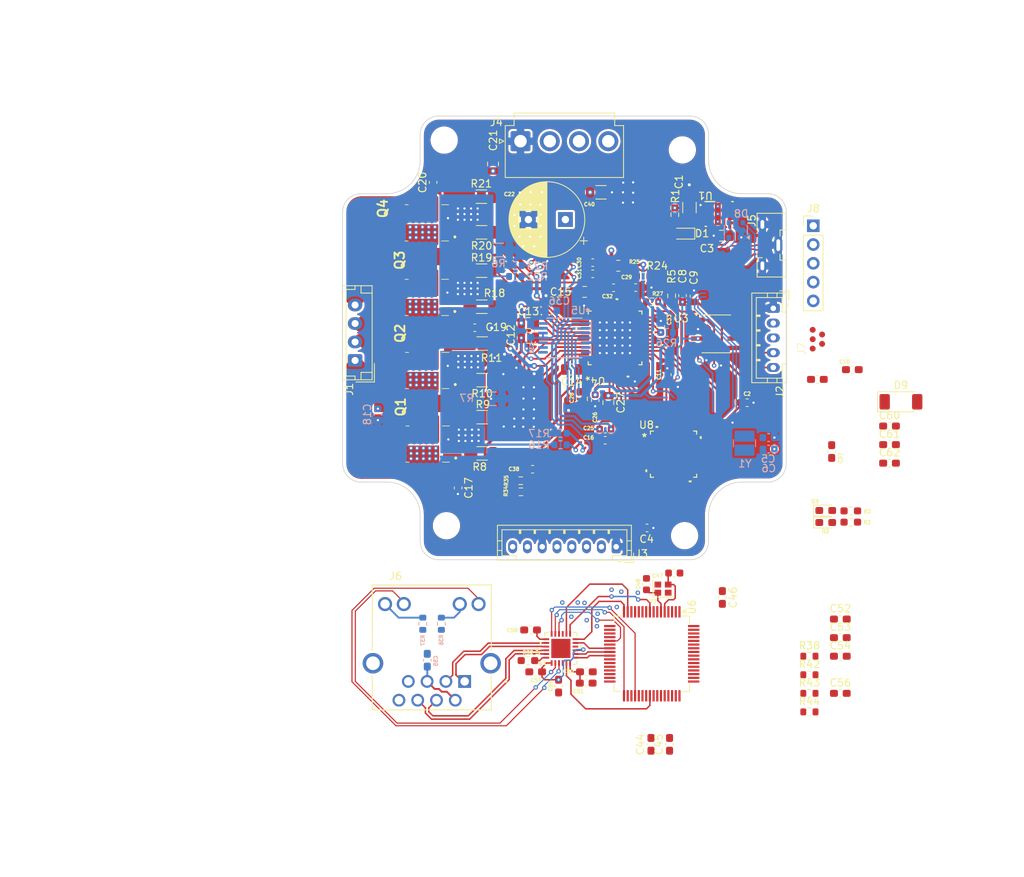
<source format=kicad_pcb>
(kicad_pcb (version 20240108) (generator "pcbnew") (generator_version "8.0")
  (layers (0 "F.Cu" signal) (1 "In1.Cu" power "In1_GND.Cu") (2 "In2.Cu" power "In2_VCC.Cu") (31 "B.Cu" signal) (34 "B.Paste" user) (35 "F.Paste" user) (36 "B.SilkS" user "B.Silkscreen") (37 "F.SilkS" user "F.Silkscreen") (38 "B.Mask" user) (39 "F.Mask" user) (44 "Edge.Cuts" user))
  (net 0 "")
  (net 1 "BMB2")
  (net 2 "CB2")
  (net 3 "BMA1")
  (net 4 "CA1")
  (net 7 "BMB1")
  (net 8 "CB1")
  (net 9 "BMA2")
  (net 10 "CA2")
  (net 11 "/STOP_L{slash}STEP")
  (net 12 "GND")
  (net 13 "+3V3")
  (net 14 "/NRST")
  (net 15 "Net-(U6-PH0)")
  (net 16 "Net-(U6-PH1)")
  (net 17 "Net-(D1-K)")
  (net 18 "Net-(D1-A)")
  (net 19 "SENSOR_INDICATOR")
  (net 20 "Net-(D2-A)")
  (net 21 "Net-(D3-A)")
  (net 22 "ON_INDICATOR")
  (net 23 "/SWDIO")
  (net 24 "/SWCLK")
  (net 26 "/TXD")
  (net 30 "/IN2{slash}ENC_B")
  (net 31 "/Vlogic")
  (net 32 "/RXD")
  (net 33 "Net-(Q1-G2)")
  (net 34 "Net-(Q1-S2)")
  (net 35 "/CANL")
  (net 37 "/CANH")
  (net 38 "Net-(Q1-G1)")
  (net 39 "Net-(Q2-G1)")
  (net 40 "Net-(Q2-G2)")
  (net 41 "Net-(Q3-G1)")
  (net 42 "Net-(Q3-S2)")
  (net 43 "Net-(Q3-G2)")
  (net 44 "Net-(Q4-G2)")
  (net 45 "Net-(Q4-G1)")
  (net 46 "HB1")
  (net 47 "LB1")
  (net 48 "HB2")
  (net 49 "LB2")
  (net 50 "HA1")
  (net 51 "LA1")
  (net 52 "HA2")
  (net 53 "LA2")
  (net 54 "CSN")
  (net 55 "SCK")
  (net 56 "SPI_MOSI")
  (net 57 "DRV_ENN")
  (net 58 "SPI_MISO")
  (net 59 "DIAG1")
  (net 60 "DIAG0")
  (net 61 "VCC_IO")
  (net 62 "CPI")
  (net 63 "Net-(U4-VCC)")
  (net 64 "ENC_B_channel")
  (net 65 "VCP")
  (net 66 "Net-(U4-12VOUT)")
  (net 67 "ENC_N_channel_(pull_to_VCC_IO_if_not_used_for_encoder)")
  (net 68 "CPO")
  (net 69 "5VOUT")
  (net 70 "REFL")
  (net 71 "SRBL")
  (net 72 "SRAH")
  (net 73 "ENC_A_channel")
  (net 74 "SRAL")
  (net 75 "SRBH")
  (net 76 "REFR")
  (net 83 "VS")
  (net 84 "Net-(C61-Pad2)")
  (net 85 "Net-(C62-Pad2)")
  (net 86 "D-")
  (net 87 "D+")
  (net 89 "12-36V")
  (net 90 "Out_1")
  (net 91 "Out_2")
  (net 92 "Net-(C44-Pad2)")
  (net 93 "Net-(D9-A)")
  (net 96 "SCK_DRV")
  (net 97 "VDDCR")
  (net 98 "SPI_MOSI_DRV")
  (net 100 "SPI_MISO_DRV")
  (net 102 "RXN")
  (net 104 "RXP")
  (net 107 "LED2")
  (net 109 "TXP")
  (net 110 "LED1")
  (net 112 "TXN")
  (net 113 "Net-(U9-RBIAS)")
  (net 114 "ETH_RXD1")
  (net 115 "CSN_DRV")
  (net 116 "ETH_RXD0")
  (net 118 "SDI_ENC")
  (net 119 "ETH_CRS_DV")
  (net 120 "NSCS_ENC")
  (net 121 "SCLK_ENC")
  (net 123 "SDO_ENC")
  (net 124 "ETH_TXD1")
  (net 126 "ETH_MDC")
  (net 127 "ETH_REF_CLK")
  (net 128 "ETH_TXD0")
  (net 129 "ETH_TX_EN")
  (net 130 "ETH_MDIO")
  (net 140 "CLKIN")
  (net 142 "CLK_EXT")
  (net 144 "TARGET_REACHED")
  (net 146 "INTR")
  (net 164 "Net-(J6-PadP10)")
  (net 165 "Net-(J6-PadP12)")
  (footprint "Capacitor_SMD:C_0805_2012Metric" (layer "F.Cu") (at 102.743 93.7768 180)
    (property "Reference" "C15")
    (property "Value" "470nF")
  )
  (footprint "Capacitor_SMD:C_0603_1608Metric_Pad1.08x0.95mm_HandSolder" (layer "F.Cu") (at 95.4278 139.4968 180)
    (property "Reference" "C58")
    (property "Value" "0.1u")
  )
  (footprint "Capacitor_SMD:C_0603_1608Metric_Pad1.08x0.95mm_HandSolder" (layer "F.Cu") (at 115.9764 94.2848 90)
    (property "Reference" "C8")
    (property "Value" "0.1u")
  )
  (footprint "Resistor_SMD:R_1206_3216Metric" (layer "F.Cu") (at 88.8746 105.7148 180)
    (property "Reference" "R10")
    (property "Value" "15")
  )
  (footprint "Package_QFP:LQFP-64_10x10mm_P0.5mm" (layer "F.Cu") (at 111.8108 142.7226 -90)
    (property "Reference" "U6")
    (property "Value" "STM32H563RGTx")
  )
  (footprint "Capacitor_SMD:C_0603_1608Metric" (layer "F.Cu") (at 114.8588 131.8006 180)
    (property "Reference" "C47")
    (property "Value" "15p")
  )
  (footprint "Resistor_SMD:R_0603_1608Metric_Pad0.98x0.95mm_HandSolder" (layer "F.Cu") (at 94.1216 120.8151 180)
    (property "Reference" "R34")
    (property "Value" "4k7")
  )
  (footprint "Capacitor_SMD:C_0603_1608Metric" (layer "F.Cu") (at 109.639 93.1922)
    (property "Reference" "C29")
    (property "Value" "470n")
  )
  (footprint "Capacitor_SMD:C_0603_1608Metric" (layer "F.Cu") (at 87.884 98.6282)
    (property "Reference" "C19")
    (property "Value" "1n, 100V")
  )
  (footprint "Capacitor_SMD:C_0603_1608Metric_Pad1.08x0.95mm_HandSolder" (layer "F.Cu") (at 136.144 115.3668 -90)
    (property "Reference" "C37")
    (property "Value" "0.1u")
  )
  (footprint "Diode_SMD:D_0603_1608Metric_Pad1.05x0.95mm_HandSolder" (layer "F.Cu") (at 135.3426 124.968)
    (property "Reference" "D2")
    (property "Value" "LED_AMBER")
  )
  (footprint "Capacitor_SMD:C_0603_1608Metric" (layer "F.Cu") (at 82.2452 78.9686 90)
    (property "Reference" "C20")
    (property "Value" "1n, 100V")
  )
  (footprint "Resistor_SMD:R_0603_1608Metric" (layer "F.Cu") (at 133.1336 145.5582)
    (property "Reference" "R42")
    (property "Value" "49.9")
  )
  (footprint "Resistor_SMD:R_0603_1608Metric_Pad0.98x0.95mm_HandSolder" (layer "F.Cu") (at 94.0962 119.3165 180)
    (property "Reference" "R35")
    (property "Value" "4k7")
  )
  (footprint "Connector_USB:USB_Micro-B_Molex-105133-0031" (layer "F.Cu") (at 127.8464 87.4582 90)
    (property "Reference" "J5")
    (property "Value" "USB_B_Micro")
  )
  (footprint "Crystal:Crystal_SMD_2016-4Pin_2.0x1.6mm" (layer "F.Cu") (at 113.3348 133.9088)
    (property "Reference" "Y2")
    (property "Value" "25Mhz")
  )
  (footprint "NTMFD5C446NLT1G:NVMFD5C446NLWFT1G" (layer "F.Cu") (at 81.8086 114.3556 90)
    (property "Reference" "Q1")
    (property "Value" "NVMFD5C650NLT1G" (hide yes))
  )
  (footprint "Resistor_SMD:R_0603_1608Metric" (layer "F.Cu") (at 133.1336 150.5782)
    (property "Reference" "R44")
    (property "Value" "49.9")
  )
  (footprint "Capacitor_SMD:C_0603_1608Metric" (layer "F.Cu") (at 85.6234 120.2944 -90)
    (property "Reference" "C17")
    (property "Value" "1n, 100V")
  )
  (footprint "Capacitor_SMD:C_0603_1608Metric" (layer "F.Cu") (at 105.5116 113.8428)
    (property "Reference" "C16")
    (property "Value" "2n2")
  )
  (footprint "Capacitor_SMD:C_0603_1608Metric_Pad1.08x0.95mm_HandSolder" (layer "F.Cu") (at 95.6945 117.7671)
    (property "Reference" "C38")
    (property "Value" "0.1u")
  )
  (footprint "Capacitor_SMD:C_0603_1608Metric_Pad1.08x0.95mm_HandSolder" (layer "F.Cu") (at 111.1747 125.7046)
    (property "Reference" "C4")
    (property "Value" "0.1u")
  )
  (footprint "Capacitor_SMD:C_0805_2012Metric" (layer "F.Cu") (at 95.123 97.9932 180)
    (property "Reference" "C13")
    (property "Value" "470nF")
  )
  (footprint "Capacitor_SMD:C_0805_2012Metric" (layer "F.Cu") (at 90.3478 76.4794 90)
    (property "Reference" "C21")
    (property "Value" "4u7")
  )
  (footprint "Diode_SMD:D_0603_1608Metric_Pad1.05x0.95mm_HandSolder" (layer "F.Cu") (at 135.3426 123.3424)
    (property "Reference" "D3")
    (property "Value" "LED_GREEN")
  )
  (footprint "Capacitor_SMD:C_1206_3216Metric" (layer "F.Cu") (at 116.9123 82.3722 90)
    (property "Reference" "C1")
    (property "Value" "10uF")
  )
  (footprint "Connector_JST:JST_VH_B4P-VH_1x04_P3.96mm_Vertical" (layer "F.Cu") (at 94.06 73.4)
    (property "Reference" "J4")
    (property "Value" "Power")
  )
  (footprint "Capacitor_SMD:C_0603_1608Metric_Pad1.08x0.95mm_HandSolder" (layer "F.Cu") (at 138.9391 104.2924 180)
    (property "Reference" "C10")
    (property "Value" "0.1u")
  )
  (footprint "Capacitor_SMD:C_0603_1608Metric" (layer "F.Cu") (at 106.6546 93.218)
    (property "Reference" "C32")
    (property "Value" "22n, 100V")
  )
  (footprint "Resistor_SMD:R_0603_1608Metric" (layer "F.Cu") (at 133.1336 148.0682)
    (property "Reference" "R43")
    (property "Value" "49.9")
  )
  (footprint "Connector_JST:JST_PH_B8B-PH-K_1x08_P2.00mm_Vertical" (layer "F.Cu") (at 107 128.248 180)
    (property "Reference" "J3")
    (property "Value" "I/O")
  )
  (footprint "Package_SO:SOIC-8_3.9x4.9mm_P1.27mm" (layer "F.Cu") (at 120.5484 99.4552)
    (property "Reference" "U3")
    (property "Value" "TCAN337")
  )
  (footprint "Capacitor_SMD:C_0603_1608Metric_Pad1.08x0.95mm_HandSolder" (layer "F.Cu") (at 96.1136 145.161 180)
    (property "Reference" "C57")
    (property "Value" "0.1u")
  )
  (footprint "Capacitor_SMD:C_0603_1608Metric_Pad1.08x0.95mm_HandSolder" (layer "F.Cu") (at 102.9716 145.161)
    (property "Reference" "C50")
    (property "Value" "470p")
  )
  (footprint "JXD2_0Z10NL:JXD2_0Z10NL" (layer "F.Cu") (at 82.0674 140.1064)
    (property "Reference" "J6")
    (property "Value" "JXD2-0Z10NL")
  )
  (footprint "Connector_JST:JST_EH_B4B-EH-A_1x04_P2.50mm_Vertical" (layer "F.Cu") (at 71.6905 103.054 90)
    (property "Reference" "J1")
    (property "Value" "Motor")
  )
  (footprint "Capacitor_SMD:C_0603_1608Metric_Pad1.08x0.95mm_HandSolder" (layer "F.Cu") (at 113.919 104.9782 90)
    (property "Reference" "C11")
    (property "Value" "0.1u")
  )
  (footprint "Resistor_SMD:R_1206_3216Metric" (layer "F.Cu") (at 88.8746 110.7186 180)
    (property "Reference" "R9")
    (property "Value" "15")
  )
  (footprint "Capacitor_SMD:C_0603_1608Metric_Pad1.08x0.95mm_HandSolder" (layer "F.Cu") (at 137.3136 138.0282)
    (property "Reference" "C52")
    (property "Value" "10pF")
  )
  (footprint "Capacitor_SMD:C_0603_1608Metric_Pad1.08x0.95mm_HandSolder" (layer "F.Cu") (at 137.3136 143.0482)
    (property "Reference" "C54")
    (property "Value" "10pF")
  )
  (footprint "Resistor_SMD:R_1206_3216Metric" (layer "F.Cu") (at 88.8746 100.7618 180)
    (property "Reference" "R11")
    (property "Value" "15")
  )
  (footprint "NTMFD5C446NLT1G:NVMFD5C446NLWFT1G" (layer "F.Cu") (at 81.6908 94.5258 90)
    (property "Reference" "Q3")
    (property "Value" "NVMFD5C650NLT1G" (hide yes))
  )
  (footprint "Resistor_SMD:R_0603_1608Metric_Pad0.98x0.95mm_HandSolder" (layer "F.Cu") (at 95.0722 143.637)
    (property "Reference" "R32")
    (property "Value" "12.1k")
  )
  (footprint "Capacitor_SMD:C_0603_1608Metric" (layer "F.Cu") (at 103.8352 89.8144)
    (property "Reference" "C30")
    (property "Value" "470n")
  )
  (footprint "Resistor_SMD:R_1206_3216Metric" (layer "F.Cu") (at 88.7984 90.9066 180)
    (property "Reference" "R19")
    (property "Value" "15")
  )
  (footprint "NTMFD5C446NLT1G:NVMFD5C446NLWFT1G" (layer "F.Cu") (at 81.7416 104.4064 90)
    (property "Reference" "Q2")
    (property "Value" "NVMFD5C650NLT1G" (hide yes))
  )
  (footprint "Resistor_SMD:R_0603_1608Metric_Pad0.98x0.95mm_HandSolder" (layer "F.Cu") (at 114.9311 83.3374 90)
    (property "Reference" "R1")
    (property "Value" "2k")
  )
  (footprint "Resistor_SMD:R_0603_1608Metric_Pad0.98x0.95mm_HandSolder" (layer "F.Cu") (at 114.5032 94.3102 90)
    (property "Reference" "R5")
    (property "Value" "4k7")
  )
  (footprint "Capacitor_SMD:C_0603_1608Metric_Pad1.08x0.95mm_HandSolder" (layer "F.Cu") (at 134.2125 105.6132 180)
    (property "Reference" "C7" (hide yes))
    (property "Value" "0.1u")
  )
  (footprint "MountingHole:MountingHole_3.2mm_M3" (layer "F.Cu") (at 116.2558 126.746)
    (property "Reference" "REF**" (hide yes))
    (property "Value" "MountingHole_3.2mm_M3")
  )
  (footprint "LMZM23600V3SILR:LMZM23600V3SILR" (layer "F.Cu") (at 120.924499 83.242)
    (property "Reference" "U1")
    (property "Value" "LMZM23600V3SILR")
  )
  (footprint "Connector_JST:JST_PH_B5B-PH-K_1x05_P2.00mm_Vertical" (layer "F.Cu") (at 128.25 96 -90)
    (property "Reference" "J2")
    (property "Value" "CAN")
  )
  (footprint "TMC4361A_LA_T:TMC4361A_LA_T" (layer "F.Cu") (at 114.7572 115.7224)
    (property "Reference" "U8")
    (property "Value" "TMC4361A-LA-T")
  )
  (footprint "MountingHole:MountingHole_3.2mm_M3" (layer "F.Cu") (at 83.7438 73.2536)
    (property "Reference" "REF**" (hide yes))
    (property "Value" "MountingHole_3.2mm_M3")
  )
  (footprint "Capacitor_SMD:C_0603_1608Metric" (layer "F.Cu") (at 117.5258 94.361 90)
    (property "Reference" "C9")
    (property "Value" "1u")
  )
  (footprint "Capacitor_SMD:C_0603_1608Metric_Pad1.08x0.95mm_HandSolder" (layer "F.Cu") (at 124.7151 108.7628)
    (property "Reference" "C2")
    (property "Value" "0.1u")
  )
  (footprint "Capacitor_SMD:C_0603_1608Metric" (layer "F.Cu") (at 103.8352 91.3384 180)
    (property "Reference" "C31")
    (property "Value" "100n, 16V")
  )
  (footprint "MountingHole:MountingHole_3.2mm_M3" (layer "F.Cu") (at 84.0486 125.3998)
    (property "Reference" "REF**" (hide yes))
    (property "Value" "MountingHole_3.2mm_M3")
  )
  (footprint "Capacitor_SMD:C_0805_2012Metric_Pad1.18x1.45mm_HandSolder" (layer "F.Cu") (at 121.2303 86.1822 180)
    (property "Reference" "C3")
    (property "Value" "33uF")
  )
  (footprint "Diode_SMD:D_0603_1608Metric_Pad1.05x0.95mm_HandSolder" (layer "F.Cu") (at 115.9725 85.9028 180)
    (property "Reference" "D1")
    (property "Value" "LED_RED")
  )
  (footprint "Capacitor_SMD:C_0603_1608Metric_Pad1.08x0.95mm_HandSolder" (layer "F.Cu") (at 143.9683 114.4316)
    (property "Reference" "C61")
    (property "Value" "0.1u")
  )
  (footprint "Capacitor_SMD:C_0603_1608Metric_Pad1.08x0.95mm_HandSolder" (layer "F.Cu") (at 99.2124 147.0903 -90)
    (property "Reference" "C59")
    (property "Value" "0.1u")
  )
  (footprint "Capacitor_SMD:C_0805_2012Metric" (layer "F.Cu") (at 95.123 99.9998 180)
    (property "Reference" "C12")
    (property "Value" "470nF")
  )
  (footprint "Resistor_SMD:R_0603_1608Metric" (layer "F.Cu") (at 110.655 91.6682 180)
    (property "Reference" "R24")
    (property "Value" "2R2")
  )
  (footprint "NTMFD5C446NLT1G:NVMFD5C446NLWFT1G" (layer "F.Cu") (at 81.6908 84.442 90)
    (property "Reference" "Q4")
    (property "Value" "NVMFD5C650NLT1G" (hide yes))
  )
  (footprint "Resistor_SMD:R_1206_3216Metric" (layer "F.Cu") (at 88.8746 115.6208 180)
    (property "Reference" "R8")
    (property "Value" "15")
  )
  (footprint "Capacitor_THT:CP_Radial_D10.0mm_P5.00mm" (layer "F.Cu") (at 100.132277 83.9978 180)
    (property "Reference" "C22")
    (property "Value" "330u")
  )
  (footprint "LAN8742A_CZ_TR:LAN8742A_CZ_TR" (layer "F.Cu") (at 99.5212 141.9987 90)
    (property "Reference" "U9")
    (property "Value" "LAN8742A-CZ-TR")
  )
  (footprint "Capacitor_SMD:C_0805_2012Metric" (layer "F.Cu") (at 100.9904 104.267 180)
    (property "Reference" "C14")
    (property "Value" "470nF")
  )
  (footprint "Capacitor_SMD:C_0603_1608Metric_Pad1.08x0.95mm_HandSolder" (layer "F.Cu") (at 102.9462 146.685)
    (property "Reference" "C51")
    (property "Value" "1u")
  )
  (footprint "Connector_PinHeader_2.54mm:PinHeader_1x05_P2.54mm_Vertical" (layer "F.Cu") (at 133.6548 84.836)
    (property "Reference" "J8")
    (property "Value" "Conn_01x05")
  )
  (footprint "Capacitor_SMD:C_0603_1608Metric_Pad1.08x0.95mm_HandSolder" (layer "F.Cu") (at 114.2192 154.9665 90)
    (property "Reference" "C45")
    (property "Value" "2.2u")
  )
  (footprint "Capacitor_SMD:C_1206_3216Metric" (layer "F.Cu") (at 104.9528 80.3148)
    (property "Reference" "C40")
    (property "Value" "47u")
  )
  (footprint "Resistor_SMD:R_0603_1608Metric" (layer "F.Cu") (at 111.8616 95.123 180)
    (property "Reference" "R27")
    (property "Value" "4k7")
  )
  (footprint "Capacitor_SMD:C_0603_1608Metric_Pad1.08x0.95mm_HandSolder" (layer "F.Cu") (at 143.9683 116.9416)
    (property "Reference" "C62")
    (property "Value" "0.1u")
  )
  (footprint "Capacitor_SMD:C_0603_1608Metric" (layer "F.Cu") (at 104.1654 108.4732 -90)
    (property "Reference" "C26")
    (property "Value" "100n")
  )
  (footprint "Capacitor_SMD:C_0603_1608Metric" (layer "F.Cu") (at 113.03 98.4758 90)
    (property "Reference" "C33")
    (property "Value" "470n")
  )
  (footprint "Capacitor_SMD:C_0805_2012Metric" (layer "F.Cu") (at 105.9434 108.7628 -90)
    (property "Reference" "C27")
    (property "Value" "10u")
  )
  (footprint "Capacitor_SMD:C_0603_1608Metric_Pad1.08x0.95mm_HandSolder" (layer "F.Cu") (at 111.7092 154.9665 90)
    (property "Reference" "C44")
    (property "Value" "2.2u")
  )
  (footprint "Resistor_SMD:R_1206_3216Metric" (layer "F.Cu") (at 88.8238 95.7834 180)
    (property "Reference" "R18")
    (property "Value" "15")
  )
  (footprint "Resistor_SMD:R_0805_2012Metric" (layer "F.Cu") (at 107.2896 90.2462)
    (property "Reference" "R25")
    (property "Value" "1R")
  )
  (footprint "Resistor_SMD:R_1206_3216Metric" (layer "F.Cu") (at 88.773 80.899 180)
    (property "Reference" "R21")
    (property "Value" "15")
  )
  (footprint "Resistor_SMD:R_0603_1608Metric" (layer "F.Cu") (at 133.1336 143.0482)
    (property "Reference" "R38")
    (property "Value" "49.9")
  )
  (footprint "Diode_SMD:D_SOD-128" (layer "F.Cu") (at 145.5133 108.6416)
    (property "Reference" "D9")
    (property "Value" "D_Schottky")
  )
  (footprint "Capacitor_SMD:C_0603_1608Metric" (layer "F.Cu") (at 111.0996 133.2992 -90)
    (property "Reference" "C48")
    (property "Value" "15p")
  )
  (footprint "Capacitor_SMD:C_0603_1608Metric_Pad1.08x0.95mm_HandSolder" (layer "F.Cu") (at 137.3136 140.5382)
    (property "Reference" "C53")
    (property "Value" "10pF")
  )
  (footprint "Resistor_SMD:R_0603_1608Metric_Pad0.98x0.95mm_HandSolder" (layer "F.Cu") (at 138.7303 124.9172)
    (property "Reference" "R2")
    (property "Value" "270")
  )
  (footprint "pogo_pin_SWD:pogo_pin_SWD" (layer "F.Cu") (at 133.5786 101.4476 90)
    (property "Reference" "J7")
    (property "Value" "P13-1123")
  )
  (footprint "Capacitor_SMD:C_0603_1608Metric_Pad1.08x0.95mm_HandSolder" (layer "F.Cu") (at 137.3136 148.0682)
    (property "Reference" "C56")
    (property "Value" "10pF")
  )
  (footprint "Capacitor_SMD:C_0603_1608Metric_Pad1.08x0.95mm_HandSolder" (layer "F.Cu") (at 121.3612 135.1026 -90)
    (property "Reference" "C46")
    (property "Value" "4.7u")
  )
  (footprint "Resistor_SMD:R_0603_1608Metric_Pad0.98x0.95mm_HandSolder" (layer "F.Cu") (at 138.7303 123.3932 180)
    (property "Reference" "R3")
    (property "Value" "270")
  )
  (footprint "Resistor_SMD:R_1206_3216Metric" (layer "F.Cu") (at 88.7984 85.725 180)
    (property "Reference" "R20")
    (property "Value" "15")
  )
  (footprint "TMC5160A_TA_T:TMC5160A_TA_T" (layer "F.Cu") (at 106.8505 99.998791 90)
    (property "Reference" "U4")
    (property "Value" "TMC5160A-TA-T")
  )
  (footprint "Capacitor_SMD:C_0603_1608Metric" (layer "F.Cu") (at 105.537 112.3442 180)
    (property "Reference" "C25")
    (property "Value" "2n2")
  )
  (footprint "MountingHole:MountingHole_3.2mm_M3" (layer "F.Cu") (at 115.951 74.5744)
    (property "Reference" "REF**" (hide yes))
    (property "Value" "MountingHole_3.2mm_M3")
  )
  (footprint "Capacitor_SMD:C_0603_1608Metric_Pad1.08x0.95mm_HandSolder" (layer "F.Cu") (at 143.9683 111.9216)
    (property "Reference" "C60")
    (property "Value" "0.1u")
  )
  (footprint "Capacitor_SMD:C_0805_2012Metric" (layer "F.Cu") (at 102.362 108.2446 -90)
    (property "Reference" "C28")
    (property "Value" "10u")
  )
  (footprint "digikey-footprints:SMD-2_3.2x2.5mm" (layer "B.Cu") (at 124.3584 114.239 -90)
    (property "Reference" "Y1")
    (property "Value" "8Mhz")
  )
  (footprint "Capacitor_SMD:C_0603_1608Metric_Pad1.08x0.95mm_HandSolder" (layer "B.Cu") (at 81.4578 143.5862 -90)
    (property "Reference" "C55")
    (property "Value" "0.022uF")
  )
  (footprint "Resistor_SMD:R_0603_1608Metric" (layer "B.Cu") (at 93.345 91.694)
    (property "Reference" "R22")
    (property "Value" "47")
  )
  (footprint "AS5047P_ATSM:AS5047P_ATSM" (layer "B.Cu") (at 99.9998 99.998791 180)
    (property "Reference" "U5")
    (property "Value" "AS5047P-ATSM")
  )
  (footprint "Resistor_SMD:R_1206_3216Metric" (layer "B.Cu") (at 90.0938 108.2294)
    (property "Reference" "R7")
    (property "Value" "0.075")
  )
  (footprint "Resistor_SMD:R_0603_1608Metric" (layer "B.Cu") (at 99.4664 114.4524)
    (property "Reference" "R16")
    (property "Value" "47")
  )
  (footprint "Capacitor_SMD:C_0603_1608Metric" (layer "B.Cu") (at 98.1964 96.3168)
    (property "Reference" "C36")
    (property "Value" "100n")
  )
  (footprint "Package_TO_SOT_SMD:SOT-143" (layer "B.Cu") (at 123.1806 85.41 90)
    (property "Reference" "D8")
    (property "Value" "SP0503BAHT")
  )
  (footprint "Resistor_SMD:R_0603_1608Metric" (layer "B.Cu") (at 93.3958 90.2208)
    (property "Reference" "R23")
    (property "Value" "47")
  )
  (footprint "Capacitor_SMD:C_0603_1608Metric" (layer "B.Cu") (at 95.4532 99.1362 -90)
    (property "Reference" "C39")
    (property "Value" "1u")
  )
  (footprint "Capacitor_SMD:C_0603_1608Metric" (layer "B.Cu") (at 74.7776 110.35 -90)
    (property "Reference" "C18")
    (property "Value" "1n, 100V")
  )
  (footprint "Resistor_SMD:R_0603_1608Metric" (layer "B.Cu") (at 113.8428 99.2632 180)
    (property "Reference" "R26")
    (property "Value" "2R2")
  )
  (footprint "Resistor_SMD:R_0603_1608Metric" (layer "B.Cu") (at 80.8482 138.6586 -90)
    (property "Reference" "R37")
    (property "Value" "330")
  )
  (footprint "Resistor_SMD:R_1206_3216Metric" (layer "B.Cu") (at 91.0844 88.1126)
    (property "Reference" "R6")
    (property "Value" "0.075")
  )
  (footprint "Capacitor_SMD:C_0603_1608Metric" (layer "B.Cu") (at 127.6226 115.0366)
    (property "Reference" "C6")
    (property "Value" "0.1u")
  )
  (footprint "Capacitor_SMD:C_0603_1608Metric" (layer "B.Cu") (at 127.6226 113.4872)
    (property "Reference" "C5")
    (property "Value" "0.1u")
  )
  (footprint "Resistor_SMD:R_0603_1608Metric" (layer "B.Cu") (at 99.4664 112.903)
    (property "Reference" "R17")
    (property "Value" "47")
  )
  (footprint "Resistor_SMD:R_0603_1608Metric" (layer "B.Cu") (at 83.3628 138.6586 -90)
    (property "Reference" "R36")
    (property "Value" "330")
  )
  (gr_rect (start 83.6168 103.2764) (end 87.0204 104.267) (stroke (width 0.2)) (fill solid) (layer "F.Cu") (net 34))
  (gr_rect (start 77.99945 84.7496) (end 82.83815 87.3404) (stroke (width 0.2)) (fill solid) (layer "F.Cu") (net 89))
  (gr_rect (start 86.445725 94.7928) (end 88.0237 96.7994) (stroke (width 0.2)) (fill solid) (layer "F.Cu") (net 41))
  (gr_rect (start 76.0222 110.5916) (end 82.95245 114.0612) (stroke (width 0.2)) (fill solid) (layer "F.Cu") (net 7))
  (gr_rect (start 70.6374 112.268) (end 77.31365 115.4328) (stroke (width 0.2)) (fill solid) (layer "F.Cu") (net 7))
  (gr_rect (start 77.9931 94.8207) (end 82.8318 97.4115) (stroke (width 0.2)) (fill solid) (layer "F.Cu") (net 89))
  (gr_rect (start 74.3204 87.937975) (end 85.9536 90.071575) (stroke (width 0.2)) (fill solid) (layer "F.Cu") (net 9))
  (gr_rect (start 83.566 83.312) (end 86.9696 84.3026) (stroke (width 0.2)) (fill solid) (layer "F.Cu") (net 42))
  (gr_rect (start 75.946 116.633625) (end 77.0128 118.316375) (stroke (width 0.2)) (fill solid) (layer "F.Cu") (net 7))
  (gr_rect (start 83.5152 85.874225) (end 85.9536 90.071575) (stroke (width 0.2)) (fill solid) (layer "F.Cu") (net 9))
  (gr_poly (pts (xy 73.7108 104.2797) (xy 72.2376 102.7176) (xy 71.2216 104.7242)) (stroke (width 0.2)) (fill solid) (layer "F.Cu") (net 7))
  (gr_rect (start 75.3872 103.6701) (end 77.4192 108.0135) (stroke (width 0.2)) (fill solid) (layer "F.Cu") (net 1))
  (gr_rect (start 83.82 100.50145) (end 84.6709 102.78745) (stroke (width 0.2)) (fill solid) (layer "F.Cu") (net 40))
  (gr_rect (start 86.496525 104.7242) (end 88.0745 106.7308) (stroke (width 0.2)) (fill solid) (layer "F.Cu") (net 39))
  (gr_rect (start 76.5556 97.9424) (end 85.8774 99.7712) (stroke (width 0.2)) (fill solid) (layer "F.Cu") (net 3))
  (gr_rect (start 85.1916 102.1715) (end 88.7222 104.267) (stroke (width 0.2)) (fill solid) (layer "F.Cu") (net 34))
  (gr_rect (start 78.486 117.72265) (end 79.5528 119.4054) (stroke (width 0.2)) (fill solid) (layer "F.Cu") (net 7))
  (gr_rect (start 85.1408 82.2071) (end 90.297 84.3026) (stroke (width 0.2)) (fill solid) (layer "F.Cu") (net 42))
  (gr_rect (start 75.3364 83.947) (end 77.2668 88.2904) (stroke (width 0.2)) (fill solid) (layer "F.Cu") (net 9))
  (gr_poly (pts (xy 76.86915 90.8964) (xy 75.8698 91.7702) (xy 76.7588 92.1512)) (stroke (width 0.2)) (fill solid) (layer "F.Cu") (net 3))
  (gr_poly (pts (xy 70.6374 115.3922) (xy 76.1746 118.4656) (xy 75.311 114.7572)) (stroke (width 0.2)) (fill solid) (layer "F.Cu") (net 7))
  (gr_rect (start 86.547325 114.6556) (end 88.1253 116.6622) (stroke (width 0.2)) (fill solid) (layer "F.Cu") (net 38))
  (gr_rect (start 83.693 115.76685) (end 86.0044 119.8626) (stroke (width 0.2)) (fill solid) (layer "F.Cu") (net 7))
  (gr_rect (start 72.0344 82.1182) (end 76.9366 90.0176) (stroke (width 0.2)) (fill solid) (layer "F.Cu") (net 9))
  (gr_rect (start 86.433025 84.709) (end 88.011 86.7156) (stroke (width 0.2)) (fill solid) (layer "F.Cu") (net 45))
  (gr_rect (start 83.8708 85.0138) (end 88.011 85.3694) (stroke (width 0.2)) (fill solid) (layer "F.Cu") (net 45))
  (gr_rect (start 70.6374 111.29645) (end 72.3392 117.0686) (stroke (width 0.2)) (fill solid) (layer "F.Cu") (net 7))
  (gr_rect (start 72.529692 113.874542) (end 77.431892 118.960892) (stroke (width 0.2)) (fill solid) (layer "F.Cu") (net 7))
  (gr_rect (start 78.1201 114.6581) (end 82.9588 117.2235) (stroke (width 0.2)) (fill solid) (layer "F.Cu") (net 89))
  (gr_rect (start 71.9201 111.24565) (end 73.6219 115.3414) (stroke (width 0.2)) (fill solid) (layer "F.Cu") (net 7))
  (gr_rect (start 83.75015 90.6526) (end 87.81415 91.70035) (stroke (width 0.2)) (fill solid) (layer "F.Cu") (net 43))
  (gr_rect (start 70.6374 82.8548) (end 72.36065 88.4682) (stroke (width 0.2)) (fill solid) (layer "F.Cu") (net 9))
  (gr_rect (start 75.3388 100.6754) (end 82.8953 104.1298) (stroke (width 0.2)) (fill solid) (layer "F.Cu") (net 1))
  (gr_rect (start 85.2678 112.1283) (end 88.8238 114.2238) (stroke (width 0.2)) (fill solid) (layer "F.Cu") (net 34))
  (gr_rect (start 72.529692 80.962508) (end 82.83815 84.14) (stroke (width 0.2)) (fill solid) (layer "F.Cu") (net 9))
  (gr_rect (start 79.5528 117.72265) (end 86.0044 119.8626) (stroke (width 0.2)) (fill solid) (layer "F.Cu") (net 7))
  (gr_poly (pts (xy 79.5528 119.8626) (xy 76.1746 118.4656) (xy 78.8797 118.71325)) (stroke (width 0.2)) (fill solid) (layer "F.Cu") (net 7))
  (gr_rect (start 83.566 93.37675) (end 86.9696 94.36735) (stroke (width 0.2)) (fill solid) (layer "F.Cu") (net 42))
  (gr_circle (center 72.529692 117.0686) (end 72.748499 115.189) (stroke (width 0.2)) (fill solid) (layer "F.Cu") (net 7))
  (gr_rect (start 74.3712 103.251) (end 76.49845 107.7976) (stroke (width 0.2)) (fill solid) (layer "F.Cu") (net 1))
  (gr_rect (start 78.0439 104.7013) (end 82.8826 107.2921) (stroke (width 0.2)) (fill solid) (layer "F.Cu") (net 89))
  (gr_rect (start 83.82 100.50145) (end 87.884 101.5492) (stroke (width 0.2)) (fill solid) (layer "F.Cu") (net 40))
  (gr_poly (pts (xy 76.5556 99.7712) (xy 75.4888 99.0092) (xy 76.7334 98.8822)) (stroke (width 0.2)) (fill solid) (layer "F.Cu") (net 3))
  (gr_rect (start 74.3712 107.7976) (end 85.9282 109.93755) (stroke (width 0.2)) (fill solid) (layer "F.Cu") (net 1))
  (gr_rect (start 75.3618 93.9546) (end 77.2922 98.298) (stroke (width 0.2)) (fill solid) (layer "F.Cu") (net 3))
  (gr_rect (start 83.75015 90.6526) (end 84.60105 92.9386) (stroke (width 0.2)) (fill solid) (layer "F.Cu") (net 43))
  (gr_rect (start 83.8327 104.9274) (end 88.0745 105.3338) (stroke (width 0.2)) (fill solid) (layer "F.Cu") (net 39))
  (gr_circle (center 72.529692 82.8548) (end 72.748499 80.9752) (stroke (width 0.2)) (fill solid) (layer "F.Cu") (net 9))
  (gr_rect (start 76.6572 117.72265) (end 78.8797 118.618) (stroke (width 0.2)) (fill solid) (layer "F.Cu") (net 7))
  (gr_rect (start 83.693 113.2332) (end 87.0966 114.2238) (stroke (width 0.2)) (fill solid) (layer "F.Cu") (net 34))
  (gr_rect (start 71.6788 104.2797) (end 73.7108 112.3061) (stroke (width 0.2)) (fill solid) (layer "F.Cu") (net 7))
  (gr_rect (start 85.1408 92.27185) (end 88.7222 94.36735) (stroke (width 0.2)) (fill solid) (layer "F.Cu") (net 42))
  (gr_rect (start 83.7692 80.3148) (end 87.7824 81.69275) (stroke (width 0.2)) (fill solid) (layer "F.Cu") (net 44))
  (gr_poly (pts (xy 76.5429 109.93755) (xy 75.2348 109.2454) (xy 77.343 108.9406)) (stroke (width 0.2)) (fill solid) (layer "F.Cu") (net 1))
  (gr_rect (start 83.6168 105.8418) (end 85.9282 109.93755) (stroke (width 0.2)) (fill solid) (layer "F.Cu") (net 1))
  (gr_rect (start 76.86915 90.8964) (end 82.85085 94.2492) (stroke (width 0.2)) (fill solid) (layer "F.Cu") (net 3))
  (gr_rect (start 83.566 95.95485) (end 85.8774 99.7712) (stroke (width 0.2)) (fill solid) (layer "F.Cu") (net 3))
  (gr_poly (pts (xy 76.2762 90.0176) (xy 73.1012 93.1672) (xy 72.8726 89.662)) (stroke (width 0.2)) (fill solid) (layer "F.Cu") (net 9))
  (gr_rect (start 83.8708 110.43285) (end 84.7217 112.71885) (stroke (width 0.2)) (fill solid) (layer "F.Cu") (net 33))
  (gr_rect (start 83.8708 110.43285) (end 87.9348 111.4806) (stroke (width 0.2)) (fill solid) (layer "F.Cu") (net 33))
  (gr_rect (start 83.7692 80.3148) (end 84.6201 82.8294) (stroke (width 0.2)) (fill solid) (layer "F.Cu") (net 44))
  (gr_rect (start 83.7819 95.0468) (end 88.0237 95.4532) (stroke (width 0.2)) (fill solid) (layer "F.Cu") (net 41))
  (gr_rect (start 83.9343 114.8588) (end 88.1253 115.2652) (stroke (width 0.2)) (fill solid) (layer "F.Cu") (net 38))
  (gr_rect (start 72.529692 80.962508) (end 82.83815 84.14) (stroke (width 0.2)) (fill solid) (layer "F.Cu") (net 9))
  (gr_rect (start 85.1408 80.6958) (end 90.30335 95.4532) (stroke (width 0.2)) (fill solid) (layer "B.Cu") (net 42))
  (gr_rect (start 86.2457 91.6432) (end 92.5576 91.694) (stroke (width 0.2)) (fill solid) (layer "B.Cu") (net 42))
  (gr_rect (start 83.185 80.6958) (end 85.1408 95.4532) (stroke (width 0.2)) (fill solid) (layer "B.Cu") (net 42))
  (gr_rect (start 83.321525 101.854) (end 85.277325 115.5192) (stroke (width 0.2)) (fill solid) (layer "B.Cu") (net 34))
  (gr_rect (start 89.157175 114.3762) (end 98.498025 114.4778) (stroke (width 0.2)) (fill solid) (layer "B.Cu") (net 34))
  (gr_rect (start 85.277325 101.854) (end 89.119075 115.5192) (stroke (width 0.2)) (fill solid) (layer "B.Cu") (net 34))
  (gr_line (start 80.5 124.0078) (end 80.5 127.498791) (stroke (width 0.1)) (layer "Edge.Cuts"))
  (gr_line (start 72.5 119.498791) (end 76 119.498791) (stroke (width 0.1)) (layer "Edge.Cuts"))
  (gr_line (start 80.5 72.4988) (end 80.5 75.9988) (stroke (width 0.1)) (layer "Edge.Cuts"))
  (gr_line (start 106.59 69.998791) (end 93.41 69.998791) (stroke (width 0.1)) (layer "Edge.Cuts"))
  (gr_line (start 75.991515 80.498791) (end 72.5 80.498791) (stroke (width 0.1)) (layer "Edge.Cuts"))
  (gr_line (start 70 82.9988) (end 70 116.998791) (stroke (width 0.1)) (layer "Edge.Cuts"))
  (gr_arc (start 124 80.498791) (mid 120.818023 79.180771) (end 119.5 75.998791) (stroke (width 0.1)) (layer "Edge.Cuts"))
  (gr_line (start 93.41 69.998791) (end 83 69.998791) (stroke (width 0.1)) (layer "Edge.Cuts"))
  (gr_line (start 124 119.498791) (end 127.506324 119.498791) (stroke (width 0.1)) (layer "Edge.Cuts"))
  (gr_line (start 130 116.9988) (end 130 82.991729) (stroke (width 0.1)) (layer "Edge.Cuts"))
  (gr_arc (start 119.5 123.9988) (mid 120.818023 120.816816) (end 124 119.498791) (stroke (width 0.1)) (layer "Edge.Cuts"))
  (gr_line (start 83 129.998791) (end 117.006324 129.998791) (stroke (width 0.1)) (layer "Edge.Cuts"))
  (gr_arc (start 72.5 119.498791) (mid 70.735151 118.765479) (end 70.006254 116.998801) (stroke (width 0.1)) (layer "Edge.Cuts"))
  (gr_arc (start 83 129.998791) (mid 81.232236 129.266557) (end 80.5 127.498791) (stroke (width 0.1)) (layer "Edge.Cuts"))
  (gr_arc (start 119.5 127.4988) (mid 118.76777 129.266564) (end 117.006324 129.998791) (stroke (width 0.1)) (layer "Edge.Cuts"))
  (gr_arc (start 76 119.498791) (mid 79.181984 120.81681) (end 80.5 124.0078) (stroke (width 0.1)) (layer "Edge.Cuts"))
  (gr_line (start 119.5 75.998791) (end 119.5 72.491729) (stroke (width 0.1)) (layer "Edge.Cuts"))
  (gr_line (start 117 69.998791) (end 106.59 69.998791) (stroke (width 0.1)) (layer "Edge.Cuts"))
  (gr_arc (start 80.5 72.4988) (mid 81.232236 70.73103) (end 83 69.9988) (stroke (width 0.1)) (layer "Edge.Cuts"))
  (gr_arc (start 80.5 75.9988) (mid 79.181984 79.180777) (end 75.991515 80.498791) (stroke (width 0.1)) (layer "Edge.Cuts"))
  (gr_line (start 119.5 127.4988) (end 119.5 123.9988) (stroke (width 0.1)) (layer "Edge.Cuts"))
  (gr_arc (start 117 69.998791) (mid 118.76777 70.731024) (end 119.5 72.491729) (stroke (width 0.1)) (layer "Edge.Cuts"))
  (gr_line (start 127.5 80.498791) (end 124 80.498791) (stroke (width 0.1)) (layer "Edge.Cuts"))
  (gr_arc (start 130.001676 117.007009) (mid 129.271677 118.772539) (end 127.508 119.507) (stroke (width 0.1)) (layer "Edge.Cuts"))
  (gr_arc (start 70 82.9988) (mid 70.732236 81.23103) (end 72.5 80.4988) (stroke (width 0.1)) (layer "Edge.Cuts"))
  (gr_arc (start 127.5 80.498791) (mid 129.26777 81.231024) (end 130 82.991729) (stroke (width 0.1)) (layer "Edge.Cuts"))
  (via (at 106.3752 134.0612) (size 0.6) (drill 0.3) (layers "F.Cu" "B.Cu") (net 0))
  (via (at 104.394 138.9888) (size 0.6) (drill 0.3) (layers "F.Cu" "B.Cu") (net 0))
  (via (at 107.0864 136.398) (size 0.6) (drill 0.3) (layers "F.Cu" "B.Cu") (net 0))
  (via (at 109.9312 134.4676) (size 0.6) (drill 0.3) (layers "F.Cu" "B.Cu") (net 0))
  (via (at 103.0224 138.176) (size 0.6) (drill 0.3) (layers "F.Cu" "B.Cu") (net 0))
  (via (at 107.696 134.3152) (size 0.6) (drill 0.3) (layers "F.Cu" "B.Cu") (net 0))
  (via (at 99.7204 135.7884) (size 0.6) (drill 0.3) (layers "F.Cu" "B.Cu") (net 0))
  (via (at 104.4956 137.3124) (size 0.6) (drill 0.3) (layers "F.Cu" "B.Cu") (net 0))
  (via (at 102.7176 135.8392) (size 0.6) (drill 0.3) (layers "F.Cu" "B.Cu") (net 0))
  (via (at 101.8032 135.7884) (size 0.6) (drill 0.3) (layers "F.Cu" "B.Cu") (net 0))
  (via (at 100.9396 137.7188) (size 0.6) (drill 0.3) (layers "F.Cu" "B.Cu") (net 0))
  (segment (start 118.4371 93.9577) (end 117.9576 94.4372) (width 0.2) (layer "B.Cu") (net 0))
  (segment (start 118.0592 94.901286) (end 118.0592 95.9104) (width 0.2) (layer "B.Cu") (net 0))
  (segment (start 119.1229 93.9577) (end 118.4371 93.9577) (width 0.2) (layer "B.Cu") (net 0))
  (segment (start 122.7836 103.4288) (end 122.7836 109.5248) (width 0.2) (layer "B.Cu") (net 0))
  (segment (start 117.602 95.1484) (end 117.602 96.018886) (width 0.2) (layer "B.Cu") (net 0))
  (segment (start 117.602 96.018886) (end 118.284357 96.701243) (width 0.2) (layer "B.Cu") (net 0))
  (segment (start 118.0592 95.9104) (end 119.634 97.4852) (width 0.2) (layer "B.Cu") (net 0))
  (segment (start 123.2408 101.092) (end 123.2408 106.9848) (width 0.2) (layer "B.Cu") (net 0))
  (segment (start 119.634 97.4852) (end 123.2408 101.092) (width 0.2) (layer "B.Cu") (net 0))
  (segment (start 123.2408 106.9848) (end 123.2408 109.6772) (width 0.2) (layer "B.Cu") (net 0))
  (segment (start 122.7836 101.200486) (end 122.7836 103.4288) (width 0.2) (layer "B.Cu") (net 0))
  (segment (start 119.1229 94.4577) (end 118.502786 94.4577) (width 0.2) (layer "B.Cu") (net 0))
  (segment (start 117.9576 94.4372) (end 117.602 94.7928) (width 0.2) (layer "B.Cu") (net 0))
  (segment (start 118.502786 94.4577) (end 118.265843 94.694643) (width 0.2) (layer "B.Cu") (net 0))
  (segment (start 117.602 94.7928) (end 117.602 95.1484) (width 0.2) (layer "B.Cu") (net 0))
  (segment (start 118.284357 96.701243) (end 122.7836 101.200486) (width 0.2) (layer "B.Cu") (net 0))
  (segment (start 122.7836 109.5248) (end 121.7168 110.5916) (width 0.2) (layer "B.Cu") (net 0))
  (segment (start 118.265843 94.694643) (end 118.0592 94.901286) (width 0.2) (layer "B.Cu") (net 0))
  (segment (start 91.948 104.013) (end 94.173 101.788) (width 0.4) (layer "F.Cu") (net 1))
  (segment (start 78.4246 102.5014) (end 77.1521 102.5014) (width 1) (layer "F.Cu") (net 1))
  (segment (start 88.5952 107.315) (end 89.154 106.7562) (width 0.4) (layer "F.Cu") (net 1))
  (segment (start 75.390375 108.867575) (end 81.23555 108.867575) (width 1) (layer "F.Cu") (net 1))
  (segment (start 75.59 102.0371) (end 74.68585 101.13295) (width 1) (layer "F.Cu") (net 1))
  (segment (start 73.90415 101.13295) (end 74.9808 102.2096) (width 1) (layer "F.Cu") (net 1))
  (segment (start 75.59 107.4925) (end 75.59 102.0371) (width 1) (layer "F.Cu") (net 1))
  (segment (start 89.154 104.775) (end 89.916 104.013) (width 0.4) (layer "F.Cu") (net 1))
  (segment (start 98.928609 101.248791) (end 97.6376 102.5398) (width 0.25) (layer "F.Cu") (net 1))
  (segment (start 78.4246 102.5014) (end 78.4246 103.2916) (width 1) (layer "F.Cu") (net 1))
  (segment (start 77.2819 109.1844) (end 75.59 107.4925) (width 1) (layer "F.Cu") (net 1))
  (segment (start 74.7927 107.4826) (end 74.7927 106.934) (width 1) (layer "F.Cu") (net 1))
  (segment (start 73.11665 101.13295) (end 73.5584 101.13295) (width 1) (layer "F.Cu") (net 1))
  (segment (start 88.020525 107.889675) (end 88.5952 107.315) (width 0.4) (layer "F.Cu") (net 1))
  (segment (start 74.7927 103.5812) (end 74.7927 102.809) (width 1) (layer "F.Cu") (net 1))
  (segment (start 72.5377 100.554) (end 73.65995 101.67625) (width 1) (layer "F.Cu") (net 1))
  (segment (start 74.7927 106.934) (end 74.7927 108.2699) (width 1) (layer "F.Cu") (net 1))
  (segment (start 94.173 101.788) (end 94.173 99.9998) (width 0.4) (layer "F.Cu") (net 1))
  (segment (start 73.65995 102.51435) (end 73.65995 101.67625) (width 1) (layer "F.Cu") (net 1))
  (segment (start 76.4945 109.1844) (end 75.51415 108.20405) (width 1) (layer "F.Cu") (net 1))
  (segment (start 74.7927 106.934) (end 74.7927 103.5812) (width 1) (layer "F.Cu") (net 1))
  (segment (start 74.7927 102.809) (end 75.8151 103.8314) (width 1) (layer "F.Cu") (net 1))
  (segment (start 83.5557 108.3716) (end 84.2336 107.6937) (width 1) (layer "F.Cu") (net 1))
  (segment (start 76.35235 101.70165) (end 75.6055 100.9548) (width 1) (layer "F.Cu") (net 1))
  (segment (start 78.7805 108.3716) (end 77.6375 108.3716) (width 1) (layer "F.Cu") (net 1))
  (segment (start 75.2047 100.554) (end 74.1069 100.554) (width 1) (layer "F.Cu") (net 1))
  (segment (start 77.1521 102.5014) (end 76.35235 101.70165) (width 1) (layer "F.Cu") (net 1))
  (segment (start 84.7725 107.889675) (end 88.020525 107.889675) (width 0.4) (layer "F.Cu") (net 1))
  (segment (start 76.35235 101.70165) (end 79.3178 101.70165) (width 1) (layer "F.Cu") (net 1))
  (segment (start 72.5377 100.554) (end 73.11665 101.13295) (width 1) (layer "F.Cu") (net 1))
  (segment (start 75.2047 100.554) (end 74.6505 99.9998) (width 1) (layer "F.Cu") (net 1))
  (segment (start 74.7268 103.5812) (end 73.65995 102.51435) (width 1) (layer "F.Cu") (net 1))
  (segment (start 73.65995 101.67625) (end 74.7927 102.809) (width 1) (layer "F.Cu") (net 1))
  (segment (start 97.6376 102.5398) (end 97.3582 102.8192) (width 0.25) (layer "F.Cu") (net 1))
  (segment (start 73.5584 101.13295) (end 74.68585 101.13295) (width 1) (layer "F.Cu") (net 1))
  (segment (start 79.3178 101.70165) (end 80.45055 102.8344) (width 1) (layer "F.Cu") (net 1))
  (segment (start 75.6055 101.5644) (end 75.6055 100.9548) (width 1) (layer "F.Cu") (net 1))
  (segment (start 84.6705 106.3114) (end 85.0289 106.6698) (width 1) (layer "F.Cu") (net 1))
  (segment (start 74.1069 100.554) (end 73.6751 100.554) (width 1) (layer "F.Cu") (net 1))
  (segment (start 78.4246 103.2916) (end 76.8445 103.2916) (width 1) (layer "F.Cu") (net 1))
  (segment (start 75.8151 103.8314) (end 76.5199 103.8314) (width 1) (layer "F.Cu") (net 1))
  (segment (start 89.154 106.7562) (end 89.154 104.775) (width 0.4) (layer "F.Cu") (net 1))
  (segment (start 102.6722 101.248791) (end 99.1108 101.248791) (width 0.25) (layer "F.Cu") (net 1))
  (segment (start 83.9875 109.1844) (end 77.2819 109.1844) (width 1) (layer "F.Cu") (net 1))
  (segment (start 77.6375 108.3716) (end 83.5557 108.3716) (width 1) (layer "F.Cu") (net 1))
  (segment (start 73.6751 100.554) (end 71.6905 100.554) (width 1) (layer "F.Cu") (net 1))
  (segment (start 97.3582 102.8192) (end 95.504 102.8192) (width 0.25) (layer "F.Cu") (net 1))
  (segment (start 78.4246 102.5014) (end 76.5425 102.5014) (width 1) (layer "F.Cu") (net 1))
  (segment (start 78.8059 108.397) (end 78.7805 108.3716) (width 1) (layer "F.Cu") (net 1))
  (segment (start 74.7927 108.2699) (end 75.390375 108.867575) (width 1) (layer "F.Cu") (net 1))
  (segment (start 72.2447 99.9998) (end 71.6905 100.554) (width 1) (layer "F.Cu") (net 1))
  (segment (start 85.0289 106.6698) (end 85.0289 108.143) (width 1) (layer "F.Cu") (net 1))
  (segment (start 83.5303 108.397) (end 78.8059 108.397) (width 1) (layer "F.Cu") (net 1))
  (segment (start 75.6055 100.9548) (end 75.2047 100.554) (width 1) (layer "F.Cu") (net 1))
  (segment (start 85.0289 108.143) (end 83.9875 109.1844) (width 1) (layer "F.Cu") (net 1))
  (segment (start 76.5425 102.5014) (end 75.6055 101.5644) (width 1) (layer "F.Cu") (net 1))
  (segment (start 74.6505 99.9998) (end 72.2447 99.9998) (width 1) (layer "F.Cu") (net 1))
  (segment (start 75.51415 108.20405) (end 74.7927 107.4826) (width 1) (layer "F.Cu") (net 1))
  (segment (start 88.5952 107.315) (end 88.8746 107.0356) (width 0.4) (layer "F.Cu") (net 1))
  (segment (start 84.2336 106.3114) (end 84.2336 107.6937) (width 1) (layer "F.Cu") (net 1))
  (segment (start 74.7927 103.5812) (end 74.7268 103.5812) (width 1) (layer "F.Cu") (net 1))
  (segment (start 71.6905 100.554) (end 72.5377 100.554) (width 1) (layer "F.Cu") (net 1))
  (segment (start 74.68585 101.13295) (end 74.1069 100.554) (width 1) (layer "F.Cu") (net 1))
  (segment (start 84.2336 107.6937) (end 83.5303 108.397) (width 1) (layer "F.Cu") (net 1))
  (segment (start 77.2819 109.1844) (end 76.4945 109.1844) (width 1) (layer "F.Cu") (net 1))
  (segment (start 84.2336 106.3114) (end 84.6705 106.3114) (width 1) (layer "F.Cu") (net 1))
  (segment (start 76.5199 107.254) (end 76.5199 103.8314) (width 1) (layer "F.Cu") (net 1))
  (segment (start 73.5584 101.13295) (end 73.90415 101.13295) (width 1) (layer "F.Cu") (net 1))
  (segment (start 76.8445 103.2916) (end 75.59 102.0371) (width 1) (layer "F.Cu") (net 1))
  (segment (start 89.916 104.013) (end 91.948 104.013) (width 0.4) (layer "F.Cu") (net 1))
  (segment (start 99.1108 101.248791) (end 98.928609 101.248791) (width 0.25) (layer "F.Cu") (net 1))
  (via (at 95.504 102.8192) (size 0.6) (drill 0.3) (layers "F.Cu" "B.Cu") (net 1))
  (via (at 94.173 99.9998) (size 0.6) (drill 0.3) (layers "F.Cu" "B.Cu") (net 1))
  (via (at 74.7776 109.575) (size 0.6) (drill 0.3) (layers "F.Cu" "B.Cu") (net 1))
  (segment (start 94.173 101.7676) (end 94.173 99.9998) (width 0.25) (layer "B.Cu") (net 1))
  (segment (start 95.2246 102.8192) (end 94.173 101.7676) (width 0.25) (layer "B.Cu") (net 1))
  (segment (start 95.504 102.8192) (end 95.2246 102.8192) (width 0.25) (layer "B.Cu") (net 1))
  (segment (start 96.321991 100.248791) (end 96.073 99.9998) (width 0.25) (layer "F.Cu") (net 2))
  (segment (start 102.6722 100.248791) (end 96.321991 100.248791) (width 0.25) (layer "F.Cu") (net 2))
  (segment (start 83.7184 99.3648) (end 76.8096 99.3648) (width 1) (layer "F.Cu") (net 3))
  (segment (start 77.2819 92.0902) (end 79.5298 92.0902) (width 1) (layer "F.Cu") (net 3))
  (segment (start 76.15165 94.28725) (end 76.15165 94.869) (width 1) (layer "F.Cu") (net 3))
  (segment (start 87.109 98.6282) (end 85.486875 98.6282) (width 0.4) (layer "F.Cu") (net 3))
  (segment (start 94.0968 98.0694) (end 94.173 97.9932) (width 0.5) (layer "F.Cu") (net 3))
  (segment (start 76.15165 97.48775) (end 76.19995 97.53605) (width 1) (layer "F.Cu") (net 3))
  (segment (start 74.2593 95.951) (end 72.1563 98.054) (width 1) (layer "F.Cu") (net 3))
  (segment (start 77.4851 92.6208) (end 77.0279 92.6208) (width 1) (layer "F.Cu") (net 3))
  (segment (start 102.6722 98.748791) (end 99.307591 98.748791) (width 0.25) (layer "F.Cu") (net 3))
  (segment (start 74.7292 93.4745) (end 74.2593 93.9444) (width 1) (layer "F.Cu") (net 3))
  (segment (start 75.5829 92.6208) (end 74.7292 93.4745) (width 1) (layer "F.Cu") (net 3))
  (segment (start 72.1563 98.054) (end 71.6905 98.054) (width 1) (layer "F.Cu") (net 3))
  (segment (start 76.9975 98.618) (end 77.1397 98.4758) (width 1) (layer "F.Cu") (net 3))
  (segment (start 74.3915 98.054) (end 73.2687 98.054) (width 1) (layer "F.Cu") (net 3))
  (segment (start 75.5547 96.8908) (end 73.8275 98.618) (width 1) (layer "F.Cu") (net 3))
  (segment (start 76.19995 97.53605) (end 75.5547 96.8908) (width 1) (layer "F.Cu") (net 3))
  (segment (start 76.15165 94.869) (end 76.2367 94.869) (width 1) (layer "F.Cu") (net 3))
  (segment (start 73.2739 98.054) (end 73.2687 98.054) (width 1) (layer "F.Cu") (net 3))
  (segment (start 77.0279 92.6208) (end 75.5829 92.6208) (width 1) (layer "F.Cu") (net 3))
  (segment (start 76.2367 94.869) (end 76.67555 94.43015) (width 1) (layer "F.Cu") (net 3))
  (segment (start 87.4014 97.5868) (end 93.7666 97.5868) (width 0.4) (layer "F.Cu") (net 3))
  (segment (start 96.2914 95.7326) (end 94.1832 95.7326) (width 0.25) (layer "F.Cu") (net 3))
  (segment (start 81.2165 98.8568) (end 82.0039 98.0694) (width 0.5) (layer "F.Cu") (net 3))
  (segment (start 77.4954 98.4758) (end 77.1397 98.4758) (width 1) (layer "F.Cu") (net 3))
  (segment (start 77.8153 92.951) (end 77.4851 92.6208) (width 1) (layer "F.Cu") (net 3))
  (segment (start 93.7666 97.5868) (end 94.173 97.9932) (width 0.4) (layer "F.Cu") (net 3))
  (segment (start 75.5547 94.8842) (end 75.5547 96.8908) (width 1) (layer "F.Cu") (net 3))
  (segment (start 76.4881 93.9508) (end 76.15165 94.28725) (width 1) (layer "F.Cu") (net 3))
  (segment (start 76.4881 93.9508) (end 75.5547 94.8842) (width 1) (layer "F.Cu") (net 3))
  (segment (start 75.9865 93.2586) (end 74.9451 94.3) (width 1) (layer "F.Cu") (net 3))
  (segment (start 76.67555 94.43015) (end 76.67555 97.65595) (width 1) (layer "F.Cu") (net 3))
  (segment (start 79.5298 92.0902) (end 80.4061 92.9665) (width 1) (layer "F.Cu") (net 3))
  (segment (start 76.8096 99.3648) (end 74.94515 97.50035) (width 1) (layer "F.Cu") (net 3))
  (segment (start 87.109 98.6282) (end 87.109 97.8792) (width 0.4) (layer "F.Cu") (net 3))
  (segment (start 77.8432 92.0902) (end 78.3738 92.6208) (width 1) (layer "F.Cu") (net 3))
  (segment (start 76.15165 94.869) (end 76.15165 97.48775) (width 1) (layer "F.Cu") (net 3))
  (segment (start 75.5547 96.8908) (end 74.94515 97.50035) (width 1) (layer "F.Cu") (net 3))
  (segment (start 77.1397 98.4758) (end 76.19995 97.53605) (width 1) (layer "F.Cu") (net 3))
  (segment (start 74.9451 94.3) (end 74.9451 96.3828) (width 1) (layer "F.Cu") (net 3))
  (segment (start 74.94515 97.50035) (end 74.3915 98.054) (width 1) (layer "F.Cu") (net 3))
  (segment (start 72.2545 98.618) (end 71.6905 98.054) (width 1) (layer "F.Cu") (net 3))
  (segment (start 99.307591 98.748791) (end 96.2914 95.7326) (width 0.25) (layer "F.Cu") (net 3))
  (segment (start 77.1549 93.2586) (end 77.1549 92.7478) (width 1) (layer "F.Cu") (net 3))
  (segment (start 83.3882 98.4758) (end 77.4954 98.4758) (width 1) (layer "F.Cu") (net 3))
  (segment (start 87.109 97.8792) (end 87.4014 97.5868) (width 0.4) (layer "F.Cu") (net 3))
  (segment (start 74.9451 96.3828) (end 73.2739 98.054) (width 1) (layer "F.Cu") (net 3))
  (segment (start 73.2687 98.054) (end 71.6905 98.054) (width 1) (layer "F.Cu") (net 3))
  (segment (start 74.7292 93.4745) (end 76.1135 92.0902) (width 1) (layer "F.Cu") (net 3))
  (segment (start 73.8275 98.618) (end 72.2545 98.618) (width 1) (layer "F.Cu") (net 3))
  (segment (start 77.1549 92.7478) (end 77.0279 92.6208) (width 1) (layer "F.Cu") (net 3))
  (segment (start 77.2819 92.0902) (end 77.8432 92.0902) (width 1) (layer "F.Cu") (net 3))
  (segment (start 77.1549 93.2586) (end 75.9865 93.2586) (width 1) (layer "F.Cu") (net 3))
  (segment (start 73.8275 98.618) (end 76.9975 98.618) (width 1) (layer "F.Cu") (net 3))
  (segment (start 78.3738 92.6208) (end 77.4851 92.6208) (width 1) (layer "F.Cu") (net 3))
  (segment (start 74.2593 93.9444) (end 74.2593 95.951) (width 1) (layer "F.Cu") (net 3))
  (segment (start 76.1135 92.0902) (end 77.2819 92.0902) (width 1) (layer "F.Cu") (net 3))
  (via (at 94.173 97.9932) (size 0.8) (drill 0.4) (layers "F.Cu" "B.Cu") (net 3))
  (via (at 94.1832 95.7326) (size 0.8) (drill 0.4) (layers "F.Cu" "B.Cu") (net 3))
  (segment (start 94.173 95.7428) (end 94.1832 95.7326) (width 0.5) (layer "B.Cu") (net 3))
  (segment (start 94.173 97.9932) (end 94.173 95.7428) (width 0.5) (layer "B.Cu") (net 3))
  (segment (start 97.507609 98.6282) (end 96.3778 98.6282) (width 0.25) (layer "F.Cu") (net 4))
  (segment (start 98.6282 99.748791) (end 97.507609 98.6282) (width 0.25) (layer "F.Cu") (net 4))
  (segment (start 102.6722 99.748791) (end 98.6282 99.748791) (width 0.25) (layer "F.Cu") (net 4))
  (segment (start 71.0405 112.821695) (end 71.0405 112.638706) (width 1) (layer "F.Cu") (net 7))
  (segment (start 74.809994 116.4082) (end 74.809994 115.5446) (width 1) (layer "F.Cu") (net 7))
  (segment (start 102.6722 102.748791) (end 100.908409 102.748791) (width 0.25) (layer "F.Cu") (net 7))
  (segment (start 74.2593 113.597) (end 74.2593 113.223) (width 1) (layer "F.Cu") (net 7))
  (segment (start 71.0405 103.704) (end 71.6905 103.054) (width 1) (layer "F.Cu") (net 7))
  (segment (start 83.6078 118.3284) (end 77.9424 118.3284) (width 1) (layer "F.Cu") (net 7))
  (segment (start 74.2593 113.597) (end 76.0222 113.597) (width 1) (layer "F.Cu") (net 7))
  (segment (start 73.7767 113.597) (end 71.0405 110.8608) (width 1) (layer "F.Cu") (net 7))
  (segment (start 75.466897 117.065103) (end 75.466897 114.328897) (width 1) (layer "F.Cu") (net 7))
  (segment (start 72.7283 113.597) (end 74.2593 113.597) (width 1) (layer "F.Cu") (net 7))
  (segment (start 73.7767 113.597) (end 74.2593 113.597) (width 1) (layer "F.Cu") (net 7))
  (segment (start 76.835 117.221) (end 76.835 113.597) (width 1) (layer "F.Cu") (net 7))
  (segment (start 71.9479 104.9172) (end 71.9225 104.8918) (width 1) (layer "F.Cu") (net 7))
  (segment (start 76.0222 113.597) (end 76.835 113.597) (width 1) (layer "F.Cu") (net 7))
  (segment (start 88.103075 117.814725) (end 89.281 116.6368) (width 0.4) (layer "F.Cu") (net 7))
  (segment (start 75.9021 115.7224) (end 73.7767 113.597) (width 1) (layer "F.Cu") (net 7))
  (segment (start 78.4916 112.4506) (end 76.8755 112.4506) (width 1) (layer "F.Cu") (net 7))
  (segment (start 84.8487 117.814725) (end 88.103075 117.814725) (width 0.4) (layer "F.Cu") (net 7))
  (segment (start 71.0405 111.9092) (end 71.0405 110.8608) (width 1) (layer "F.Cu") (net 7))
  (segment (start 71.6905 104.6598) (end 71.6905 103.054) (width 1) (layer "F.Cu") (net 7))
  (segment (start 72.4813 103.8448) (end 72.446 103.8095) (width 1) (layer "F.Cu") (net 7))
  (segment (start 98.9584 111.2012) (end 98.9584 105.349) (width 0.4) (layer "F.Cu") (net 7))
  (segment (start 74.809994 116.4082) (end 71.0405 112.638706) (width 1) (layer "F.Cu") (net 7))
  (segment (start 71.9225 112.7912) (end 71.1605 112.0292) (width 1) (layer "F.Cu") (net 7))
  (segment (start 76.0222 115.7224) (end 76.0222 113.597) (width 1) (layer "F.Cu") (net 7))
  (segment (start 90.9066 113.1062) (end 97.0534 113.1062) (width 0.4) (layer "F.Cu") (net 7))
  (segment (start 79.6765 113.597) (end 80.5077 112.7658) (width 1) (layer "F.Cu") (net 7))
  (segment (start 72.4813 110.5306) (end 72.4813 106.238) (width 1) (layer "F.Cu") (net 7))
  (segment (start 98.9584 105.349) (end 99.1616 105.1458) (width 0.4) (layer "F.Cu") (net 7))
  (segment (start 72.4813 106.238) (end 72.4813 105.4506) (width 1) (layer "F.Cu") (net 7))
  (segment (start 74.6759 115.5446) (end 72.7283 113.597) (width 1) (layer "F.Cu") (net 7))
  (segment (start 97.0534 113.1062) (end 98.806 111.3536) (width 0.4) (layer "F.Cu") (net 7))
  (segment (start 71.1605 103.584) (end 71.6905 103.054) (width 1) (layer "F.Cu") (net 7))
  (segment (start 71.9225 104.8918) (end 71.6905 104.6598) (width 1) (layer "F.Cu") (net 7))
  (segment (start 71.9479 110.9116) (end 71.9479 104.9172) (width 1) (layer "F.Cu") (net 7))
  (segment (start 76.0222 116.502556) (end 76.0222 115.7224) (width 1) (layer "F.Cu") (net 7))
  (segment (start 71.0405 112.638706) (end 71.0405 111.9092) (width 1) (layer "F.Cu") (net 7))
  (segment (start 74.809994 113.773694) (end 74.2593 113.223) (width 1) (layer "F.Cu") (net 7))
  (segment (start 78.4916 113.1976) (end 75.1483 113.1976) (width 1) (layer "F.Cu") (net 7))
  (segment (start 72.4813 106.238) (end 72.4813 103.8448) (width 1) (layer "F.Cu") (net 7))
  (segment (start 74.809994 115.5446) (end 74.6759 115.5446) (width 1) (layer "F.Cu") (net 7))
  (segment (start 100.0404 103.6168) (end 100.0404 104.267) (width 0.25) (layer "F.Cu") (net 7))
  (segment (start 72.4813 105.4506) (end 71.9225 104.8918) (width 1) (layer "F.Cu") (net 7))
  (segment (start 73.2941 110.2512) (end 73.2941 109.286) (width 1) (layer "F.Cu") (net 7))
  (segment (start 89.281 116.6368) (end 89.281 114.7318) (width 0.4) (layer "F.Cu") (net 7))
  (segment (start 75.466897 117.065103) (end 74.809994 116.4082) (width 1) (layer "F.Cu") (net 7))
  (segment (start 75.466897 114.328897) (end 75.3364 114.1984) (width 1) (layer "F.Cu") (net 7))
  (segment (start 76.835 113.597) (end 79.6765 113.597) (width 1) (layer "F.Cu") (net 7))
  (segment (start 78.4916 112.4506) (end 78.4916 113.1976) (width 1) (layer "F.Cu") (net 7))
  (segment (start 71.0405 110.8608) (end 71.0405 103.704) (width 1) (layer "F.Cu") (net 7))
  (segment (start 99.1616 105.1458) (end 100.0404 104.267) (width 0.4) (layer "F.Cu") (net 7))
  (segment (start 98.806 111.3536) (end 98.9584 111.2012) (width 0.4) (layer "F.Cu") (net 7))
  (segment (start 100.908409 102.748791) (end 100.0404 103.6168) (width 0.25) (layer "F.Cu") (net 7))
  (segment (start 73.2941 109.286) (end 73.2941 104.6576) (width 1) (layer "F.Cu") (net 7))
  (segment (start 71.9225 112.7912) (end 71.0405 111.9092) (width 1) (layer "F.Cu") (net 7))
  (segment (start 74.809994 115.5446) (end 74.809994 113.773694) (width 1) (layer "F.Cu") (net 7))
  (segment (start 73.2941 104.6576) (end 72.446 103.8095) (width 1) (layer "F.Cu") (net 7))
  (segment (start 71.9225 112.7912) (end 72.7283 113.597) (width 1) (layer "F.Cu") (net 7))
  (segment (start 76.0222 115.7224) (end 75.9021 115.7224) (width 1) (layer "F.Cu") (net 7))
  (segment (start 89.281 114.7318) (end 90.9066 113.1062) (width 0.4) (layer "F.Cu") (net 7))
  (segment (start 72.446 103.8095) (end 71.6905 103.054) (width 1) (layer "F.Cu") (net 7))
  (segment (start 104.600499 104.177091) (end 104.600499 103.254299) (width 0.25) (layer "F.Cu") (net 8))
  (segment (start 104.3686 103.0224) (end 103.8352 103.0224) (width 0.25) (layer "F.Cu") (net 8))
  (segment (start 102.5906 104.267) (end 101.9404 104.267) (width 0.25) (layer "F.Cu") (net 8))
  (segment (start 102.2858 104.5718) (end 102.1436 104.5718) (width 0.25) (layer "F.Cu") (net 8))
  (segment (start 104.600499 103.254299) (end 104.3686 103.0224) (width 0.25) (layer "F.Cu") (net 8))
  (segment (start 103.8352 103.0224) (end 102.5906 104.267) (width 0.25) (layer "F.Cu") (net 8))
  (segment (start 72.9131 90.4646) (end 72.9131 94.3314) (width 1) (layer "F.Cu") (net 9))
  (segment (start 71.0405 87.8668) (end 71.0405 94.904) (width 1) (layer "F.Cu") (net 9))
  (segment (start 102.6722 96.5508) (end 101.8438 95.7224) (width 0.25) (layer "F.Cu") (net 9))
  (segment (start 102.6722 97.248791) (end 102.6722 96.5508) (width 0.25) (layer "F.Cu") (net 9))
  (segment (start 82.2452 81.7506) (end 82.2338 81.762) (width 0.4) (layer "F.Cu") (net 9))
  (segment (start 72.2527 88.7374) (end 72.2527 91.5162) (width 1) (layer "F.Cu") (net 9))
  (segment (start 72.2527 94.9918) (end 71.6905 95.554) (width 1) (layer "F.Cu") (net 9))
  (segment (start 71.6905 88.1024) (end 71.6905 89.9092) (width 1) (layer "F.Cu") (net 9))
  (segment (start 71.0405 94.904) (end 71.6905 95.554) (width 1) (layer "F.Cu") (net 9))
  (segment (start 82.2452 79.7436) (end 82.2452 81.7006) (width 0.5) (layer "F.Cu") (net 9))
  (segment (start 97.917 93.345) (end 101.7676 93.345) (width 0.4) (layer "F.Cu") (net 9))
  (segment (start 84.7344 87.9729) (end 85.5853 88.8238) (width 0.4) (layer "F.Cu") (net 9))
  (segment (start 72.2527 91.5162) (end 72.2527 94.9918) (width 1) (layer "F.Cu") (net 9))
  (segment (start 95.377 93.345) (end 97.917 93.345) (width 0.4) (layer "F.Cu") (net 9))
  (segment (start 72.621 88.3691) (end 72.5194 88.4707) (width 1) (layer "F.Cu") (net 9))
  (segment (start 71.6905 89.9092) (end 71.6905 95.554) (width 1) (layer "F.Cu") (net 9))
  (segment (start 72.5194 88.4707) (end 72.2527 88.7374) (width 1) (layer "F.Cu") (net 9))
  (segment (start 72.9131 88.077) (end 72.9131 90.4646) (width 1) (layer "F.Cu") (net 9))
  (segment (start 72.4559 89.5502) (end 72.2527 89.347) (width 1) (layer "F.Cu") (net 9))
  (segment (start 85.5853 88.8238) (end 90.8558 88.8238) (width 0.4) (layer "F.Cu") (net 9))
  (segment (start 101.8438 95.7224) (end 101.8438 93.7768) (width 0.25) (layer "F.Cu") (net 9))
  (segment (start 72.7861 88.8136) (end 72.2527 89.347) (width 1) (layer "F.Cu") (net 9))
  (segment (start 72.2527 89.347) (end 71.6905 89.9092) (width 1) (layer "F.Cu") (net 9))
  (segment (start 82.2452 81.7006) (end 82.2338 81.712) (width 0.5) (layer "F.Cu") (net 9))
  (segment (start 72.9131 94.3314) (end 71.6905 95.554) (width 1) (layer "F.Cu") (net 9))
  (segment (start 72.2527 88.7374) (end 72.2527 89.347) (width 1) (layer "F.Cu") (net 9))
  (segment (start 90.8558 88.8238) (end 95.377 93.345) (width 0.4) (layer "F.Cu") (net 9))
  (segment (start 104.600499 95.820491) (end 104.600499 95.024699) (width 0.25) (layer "F.Cu") (net 10))
  (segment (start 104.600499 95.024699) (end 103.7438 94.168) (width 0.25) (layer "F.Cu") (net 10))
  (segment (start 103.7438 94.168) (end 103.7438 93.7768) (width 0.25) (layer "F.Cu") (net 10))
  (segment (start 101.1682 109.1946) (end 100.5586 109.8042) (width 0.5) (layer "F.Cu") (net 12))
  (segment (start 106.238 109.7128) (end 105.9434 109.7128) (width 0.2) (layer "F.Cu") (net 12))
  (segment (start 109.100501 105.468301) (end 109.5248 105.8926) (width 0.25) (layer "F.Cu") (net 12))
  (segment (start 106.6005 103.2256) (end 106.6005 102.2891) (width 0.25) (layer "F.Cu") (net 12))
  (segment (start 107.1118 107.2896) (end 107.1118 108.839) (width 0.2) (layer "F.Cu") (net 12))
  (segment (start 107.1118 108.839) (end 106.238 109.7128) (width 0.2) (layer "F.Cu") (net 12))
  (segment (start 107.1005 95.820491) (end 107.1005 97.6489) (width 0.25) (layer "F.Cu") (net 12))
  (segment (start 101.4476 109.1946) (end 101.1682 109.1946) (width 0.5) (layer "F.Cu") (net 12))
  (segment (start 111.0288 99.748791) (end 107.1005 99.748791) (width 0.3) (layer "F.Cu") (net 12))
  (segment (start 107.1005 97.6489) (end 106.8324 97.917) (width 0.25) (layer "F.Cu") (net 12))
  (segment (start 102.362 109.1946) (end 101.4476 109.1946) (width 0.5) (layer "F.Cu") (net 12))
  (segment (start 119.399498 82.642001) (end 119.399498 82.042) (width 0.25) (layer "F.Cu") (net 12))
  (segment (start 109.100501 102.293301) (end 108.8644 102.0572) (width 0.25) (layer "F.Cu") (net 12))
  (segment (start 114.2852 107.655836) (end 115.311836 106.6292) (width 0.25) (layer "F.Cu") (net 12))
  (segment (start 115.311836 106.6292) (end 115.3414 106.6292) (width 0.25) (layer "F.Cu") (net 12))
  (segment (start 106.6005 102.2891) (end 106.8324 102.0572) (width 0.25) (layer "F.Cu") (net 12))
  (segment (start 109.6005 104.177091) (end 109.6005 102.7933) (width 0.3) (layer "F.Cu") (net 12))
  (segment (start 106.6005 104.177091) (end 106.6005 106.7783) (width 0.2) (layer "F.Cu") (net 12))
  (segment (start 114.2852 108.4611) (end 114.2852 107.655836) (width 0.25) (layer "F.Cu") (net 12))
  (segment (start 109.6005 102.7933) (end 108.8644 102.0572) (width 0.3) (layer "F.Cu") (net 12))
  (segment (start 106.6005 106.7783) (end 107.1118 107.2896) (width 0.2) (layer "F.Cu") (net 12))
  (segment (start 109.100501 104.177091) (end 109.100501 105.468301) (width 0.25) (layer "F.Cu") (net 12))
  (segment (start 109.100501 104.177091) (end 109.100501 102.293301) (width 0.25) (layer "F.Cu") (net 12))
  (segment (start 108.1005 98.748791) (end 106.8505 99.998791) (width 0.3) (layer "F.Cu") (net 12))
  (segment (start 107.1005 99.748791) (end 106.8505 99.998791) (width 0.3) (layer "F.Cu") (net 12))
  (segment (start 111.0288 98.748791) (end 108.1005 98.748791) (width 0.3) (layer "F.Cu") (net 12))
  (segment (start 106.6005 104.177091) (end 106.6005 103.2256) (width 0.25) (layer "F.Cu") (net 12))
  (segment (start 106.6005 103.2256) (end 106.6005 102.9429) (width 0.25) (layer "F.Cu") (net 12))
  (segment (start 119.399498 82.042) (end 118.4109 82.042) (width 0.25) (layer "F.Cu") (net 12))
  (via (at 107.9264 81.7118) (size 0.6) (drill 0.3) (layers "F.Cu" "B.Cu") (net 12))
  (via (at 74.7776 111.125) (size 0.6) (drill 0.3) (layers "F.Cu" "B.Cu") (net 12))
  (via (at 108.8644 97.917) (size 0.6) (drill 0.3) (layers "F.Cu" "B.Cu") (net 12))
  (via (at 104.8004 97.917) (size 0.6) (drill 0.3) (layers "F.Cu" "B.Cu") (net 12))
  (via (at 94.0308 81.9658) (size 0.6) (drill 0.3) (layers "F.Cu" "B.Cu") (net 12))
  (via (at 109.2726 81.6864) (size 0.6) (drill 0.3) (layers "F.Cu" "B.Cu") (net 12))
  (via (at 105.7148 99.9744) (size 0.6) (drill 0.3) (layers "F.Cu" "B.Cu") (net 12))
  (via (at 95.9104 87.6046) (size 0.6) (drill 0.3) (layers "F.Cu" "B.Cu") (net 12))
  (via (at 91.8972 102.2096) (size 0.8) (drill 0.4) (layers "F.Cu" "B.Cu") (net 12))
  (via (at 93.218 110.9218) (size 0.6) (drill 0.3) (layers "F.Cu" "B.Cu") (net 12))
  (via (at 113.919 104.1157) (size 0.6) (drill 0.3) (layers "F.Cu" "B.Cu") (net 12))
  (via (at 94.8944 101.4476) (size 0.6) (drill 0.3) (layers "F.Cu" "B.Cu") (net 12))
  (via (at 104.1654 109.2482) (size 0.6) (drill 0.3) (layers "F.Cu" "B.Cu") (net 12))
  (via (at 118.0734 98.8202) (size 0.6) (drill 0.3) (layers "F.Cu" "B.Cu") (net 12))
  (via (at 109.298 80.3656) (size 0.6) (drill 0.3) (layers "F.Cu" "B.Cu") (net 12))
  (via (at 107.8484 101.0412) (size 0.6) (drill 0.3) (layers "F.Cu" "B.Cu") (net 12))
  (via (at 96.7486 81.9912) (size 0.6) (drill 0.3) (layers "F.Cu" "B.Cu") (net 12))
  (via (at 94.4372 110.871) (size 0.6) (drill 0.3) (layers "F.Cu" "B.Cu") (net 12))
  (via (at 94.4372 112.014) (size 0.6) (drill 0.3) (layers "F.Cu" "B.Cu") (net 12))
  (via (at 91.7956 111.9886) (size 0.6) (drill 0.3) (layers "F.Cu" "B.Cu") (net 12))
  (via (at 106.8324 101.0412) (size 0.6) (drill 0.3) (layers "F.Cu" "B.Cu") (net 12))
  (via (at 105.7148 98.9584) (size 0.6) (drill 0.3) (layers "F.Cu" "B.Cu") (net 12))
  (via (at 107.8484 102.0572) (size 0.6) (drill 0.3) (layers "F.Cu" "B.Cu") (net 12))
  (via (at 96.9518 80.2894) (size 0.6) (drill 0.3) (layers "F.Cu" "B.Cu") (net 12))
  (via (at 102.6668 95.631) (size 0.6) (drill 0.3) (layers "F.Cu" "B.Cu") (net 12))
  (via (at 106.8324 97.917) (size 0.6) (drill 0.3) (layers "F.Cu" "B.Cu") (net 12))
  (via (at 90.17 98.6536) (size 0.8) (drill 0.4) (layers "F.Cu" "B.Cu") (net 12))
  (via (at 106.4278 80.3148) (size 0.6) (drill 0.3) (layers "F.Cu" "B.Cu") (net 12))
  (via (at 121.1834 103.7336) (size 0.6) (drill 0.3) (layers "F.Cu" "B.Cu") (net 12))
  (via (at 128.3976 113.4872) (size 0.6) (drill 0.3) (layers "F.Cu" "B.Cu") (net 12))
  (via (at 104.8004 101.0412) (size 0.6) (drill 0.3) (layers "F.Cu" "B.Cu") (net 12))
  (via (at 93.2434 83.3882) (size 0.6) (drill 0.3) (layers "F.Cu" "B.Cu") (net 12))
  (via (at 109.5248 105.8926) (size 0.6) (drill 0.3) (layers "F.Cu" "B.Cu") (net 12))
  (via (at 106.8324 98.9584) (size 0.6) (drill 0.3) (layers "F.Cu" "B.Cu") (net 12))
  (via (at 106.8324 102.0572) (size 0.6) (drill 0.3) (layers "F.Cu" "B.Cu") (net 12))
  (via (at 122.7328 111.4552) (size 0.6) (drill 0.3) (layers "F.Cu" "B.Cu") (net 12))
  (via (at 90.5764 102.6922) (size 0.6) (drill 0.3) (layers "F.Cu" "B.Cu") (net 12))
  (via (at 94.4626 108.204) (size 0.6) (drill 0.3) (layers "F.Cu" "B.Cu") (net 12))
  (via (at 94.4626 106.68) (size 0.6) (drill 0.3) (layers "F.Cu" "B.Cu") (net 12))
  (via (at 107.8484 98.9584) (size 0.6) (drill 0.3) (layers "F.Cu" "B.Cu") (net 12))
  (via (at 105.7148 102.0572) (size 0.6) (drill 0.3) (layers "F.Cu" "B.Cu") (net 12))
  (via (at 97.6884 89.6112) (size 0.6) (drill 0.3) (layers "F.Cu" "B.Cu") (net 12))
  (via (at 107.8484 97.917) (size 0.6) (drill 0.3) (layers "F.Cu" "B.Cu") (net 12))
  (via (at 105.7148 101.0412) (size 0.6) (drill 0.3) (layers "F.Cu" "B.Cu") (net 12))
  (via (at 108.8644 102.0572) (size 0.6) (drill 0.3) (layers "F.Cu" "B.Cu") (net 12))
  (via (at 95.885 106.68) (size 0.6) (drill 0.3) (layers "F.Cu" "B.Cu") (net 12))
  (via (at 108.8644 99.9744) (size 0.6) (drill 0.3) (layers "F.Cu" "B.Cu") (net 12))
  (via (at 95.8596 112.014) (size 0.6) (drill 0.3) (layers "F.Cu" "B.Cu") (net 12))
  (via (at 111.7726 93.1922) (size 0.6) (drill 0.3) (layers "F.Cu" "B.Cu") (net 12))
  (via (at 107.9518 78.994) (size 0.6) (drill 0.3) (layers "F.Cu" "B.Cu") (net 12))
  (via (at 100.5586 109.8042) (size 0.8) (drill 0.4) (layers "F.Cu" "B.Cu") (net 12))
  (via (at 85.598 121.1072) (size 0.6) (drill 0.3) (layers "F.Cu" "B.Cu") (net 12))
  (via (at 104.8004 98.9584) (size 0.6) (drill 0.3) (layers "F.Cu" "B.Cu") (net 12))
  (via (at 95.8596 110.871) (size 0.6) (drill 0.3) (layers "F.Cu" "B.Cu") (net 12))
  (via (at 123.9306 86.41) (size 0.6) (drill 0.3) (layers "F.Cu" "B.Cu") (net 12))
  (via (at 95.4278 80.2894) (size 0.6) (drill 0.3) (layers "F.Cu" "B.Cu") (net 12))
  (via (at 105.7148 97.917) (size 0.6) (drill 0.3) (layers "F.Cu" "B.Cu") (net 12))
  (via (at 120.1928 86.1822) (size 0.6) (drill 0.3) (layers "F.Cu" "B.Cu") (net 12))
  (via (at 108.8644 98.9584) (size 0.6) (drill 0.3) (layers "F.Cu" "B.Cu") (net 12))
  (via (at 113.03 97.7008) (size 0.6) (drill 0.3) (layers "F.Cu" "B.Cu") (net 12))
  (via (at 90.0938 108.2294) (size 0.6) (drill 0.3) (layers "F.Cu" "B.Cu") (net 12))
  (via (at 93.4974 104.0384) (size 0.6) (drill 0.3) (layers "F.Cu" "B.Cu") (net 12))
  (via (at 112.0372 125.7046) (size 0.6) (drill 0.3) (layers "F.Cu" "B.Cu") (net 12))
  (via (at 119.2022 103.0224) (size 0.6) (drill 0.3) (layers "F.Cu" "B.Cu") (net 12))
  (via (at 96.774 83.312) (size 0.6) (drill 0.3) (layers "F.Cu" "B.Cu") (net 12))
  (via (at 104.8004 102.0572) (size 0.6) (drill 0.3) (layers "F.Cu" "B.Cu") (net 12))
  (via (at 95.9104 104.8512) (size 0.8) (drill 0.4) (layers "F.Cu" "B.Cu") (net 12))
  (via (at 96.774 86.3092) (size 0.6) (drill 0.3) (layers "F.Cu" "B.Cu") (net 12))
  (via (at 93.9292 86.3092) (size 0.6) (drill 0.3) (layers "F.Cu" "B.Cu") (net 12))
  (via (at 118.4109 82.042) (size 0.6) (drill 0.3) (layers "F.Cu" "B.Cu") (net 12))
  (via (at 117.5258 93.586) (size 0.6) (drill 0.3) (layers "F.Cu" "B.Cu") (net 12))
  (via (at 104.8004 99.9744) (size 0.6) (drill 0.3) (layers "F.Cu" "B.Cu") (net 12))
  (via (at 97.5106 94.2848) (size 0.8) (drill 0.4) (layers "F.Cu" "B.Cu") (net 12))
  (via (at 95.4278 81.9658) (size 0.6) (drill 0.3) (layers "F.Cu" "B.Cu") (net 12))
  (via (at 115.3414 106.6292) (size 0.6) (drill 0.3) (layers "F.Cu" "B.Cu") (net 12))
  (via (at 93.98 80.3402) (size 0.6) (drill 0.3) (layers "F.Cu" "B.Cu") (net 12))
  (via (at 95.885 109.6772) (size 0.6) (drill 0.3) (layers "F.Cu" "B.Cu") (net 12))
  (via (at 108.8644 101.0412) (size 0.6) (drill 0.3) (layers "F.Cu" "B.Cu") (net 12))
  (via (at 107.8484 99.9744) (size 0.6) (drill 0.3) (layers "F.Cu" "B.Cu") (net 12))
  (via (at 116.8869 79.2988) (size 0.8) (drill 0.4) (layers "F.Cu" "B.Cu") (net 12))
  (via (at 94.4626 109.6772) (size 0.6) (drill 0.3) (layers "F.Cu" "B.Cu") (net 12))
  (via (at 91.7448 104.902) (size 0.6) (drill 0.3) (layers "F.Cu" "B.Cu") (net 12))
  (via (at 97.4852 91.7194) (size 0.8) (drill 0.4) (layers "F.Cu" "B.Cu") (net 12))
  (via (at 125.5776 108.7628) (size 0.6) (drill 0.3) (layers "F.Cu" "B.Cu") (net 12))
  (via (at 93.218 111.9886) (size 0.6) (drill 0.3) (layers "F.Cu" "B.Cu") (net 12))
  (via (at 107.9264 80.3148) (size 0.6) (drill 0.3) (layers "F.Cu" "B.Cu") (net 12))
  (via (at 95.885 108.204) (size 0.6) (drill 0.3) (layers "F.Cu" "B.Cu") (net 12))
  (via (at 96.774 84.836) (size 0.6) (drill 0.3) (layers "F.Cu" "B.Cu") (net 12))
  (via (at 95.3516 86.3092) (size 0.6) (drill 0.3) (layers "F.Cu" "B.Cu") (net 12))
  (via (at 93.2434 84.8614) (size 0.6) (drill 0.3) (layers "F.Cu" "B.Cu") (net 12))
  (via (at 94.4118 87.6046) (size 0.6) (drill 0.3) (layers "F.Cu" "B.Cu") (net 12))
  (via (at 106.8324 99.9744) (size 0.6) (drill 0.3) (layers "F.Cu" "B.Cu") (net 12))
  (via (at 109.298 78.9686) (size 0.6) (drill 0.3) (layers "F.Cu" "B.Cu") (net 12))
  (segment (start 102.90175 100.64879) (end 103.59261 100.64879) (width 0.25) (layer "B.Cu") (net 12))
  (segment (start 124.7383 88.5455) (end 124.7394 88.5444) (width 0.3) (layer "B.Cu") (net 12))
  (segment (start 103.886 97.2058) (end 103.886 96.8502) (width 0.25) (layer "B.Cu") (net 12))
  (segment (start 103.886 96.8502) (end 102.6668 95.631) (width 0.25) (layer "B.Cu") (net 12))
  (segment (start 103.59261 100.64879) (end 103.8352 100.4062) (width 0.25) (layer "B.Cu") (net 12))
  (segment (start 103.8352 100.4062) (end 103.886 100.3554) (width 0.25) (layer "B.Cu") (net 12))
  (segment (start 124.7394 87.2188) (end 123.9306 86.41) (width 0.3) (layer "B.Cu") (net 12))
  (segment (start 124.7394 88.5444) (end 124.7394 87.2188) (width 0.3) (layer "B.Cu") (net 12))
  (segment (start 95.790791 98.698791) (end 95.4532 98.3612) (width 0.4) (layer "B.Cu") (net 12))
  (segment (start 103.886 100.3554) (end 103.886 97.2058) (width 0.25) (layer "B.Cu") (net 12))
  (segment (start 97.09785 98.698791) (end 95.790791 98.698791) (width 0.4) (layer "B.Cu") (net 12))
  (segment (start 97.3328 146.2278) (end 99.2124 146.2278) (width 0.2) (layer "F.Cu") (net 13))
  (segment (start 96.2903 140.3593) (end 96.2903 139.4968) (width 0.2) (layer "F.Cu") (net 13))
  (segment (start 121.6875 87.4014) (end 116.8146 87.4014) (width 0.25) (layer "F.Cu") (net 13))
  (segment (start 114.8091 105.8407) (end 115.316 105.3338) (width 0.25) (layer "F.Cu") (net 13))
  (segment (start 114.5032 93.3977) (end 114.5032 93.599) (width 0.25) (layer "F.Cu") (net 13))
  (segment (start 113.7852 105.9745) (end 113.919 105.8407) (width 0.25) (layer "F.Cu") (net 13))
  (segment (start 113.7852 108.4611) (end 113.7852 105.9745) (width 0.25) (layer "F.Cu") (net 13))
  (segment (start 117.5145 95.1473) (end 117.5258 95.136) (width 0.25) (layer "F.Cu") (net 13))
  (segment (start 118.0008 95.136) (end 117.5258 95.136) (width 0.3) (layer "F.Cu") (net 13))
  (segment (start 97.5527 140.7487) (end 96.6797 140.7487) (width 0.2) (layer "F.Cu") (net 13))
  (segment (start 102.459486 142.2487) (end 102.559485 142.148701) (width 0.2) (layer "F.Cu") (net 13))
  (segment (start 82.4484 147.4724) (end 81.4324 146.4564) (width 0.25) (layer "F.Cu") (net 13))
  (segment (start 96.9761 145.161) (end 96.9761 144.5779) (width 0.2) (layer "F.Cu") (net 13))
  (segment (start 116.8146 87.4014) (end 114.5032 89.7128) (width 0.25) (layer "F.Cu") (net 13))
  (segment (start 121.2977 98.4329) (end 119.4713 96.6065) (width 0.3) (layer "F.Cu") (net 13))
  (segment (start 99.2632 146.177) (end 99.2124 146.2278) (width 0.2) (layer "F.Cu") (net 13))
  (segment (start 122.4495 84.442003) (end 122.4495 86.6394) (width 0.25) (layer "F.Cu") (net 13))
  (segment (start 96.6797 140.7487) (end 96.2903 140.3593) (width 0.2) (layer "F.Cu") (net 13))
  (segment (start 123.8526 105.1582) (end 121.2977 102.6033) (width 0.3) (layer "F.Cu") (net 13))
  (segment (start 83.4136 147.8534) (end 83.0326 147.4724) (width 0.25) (layer "F.Cu") (net 13))
  (segment (start 123.8526 108.7628) (end 123.8526 105.1582) (width 0.3) (layer "F.Cu") (net 13))
  (segment (start 96.9761 145.8711) (end 97.3328 146.2278) (width 0.2) (layer "F.Cu") (net 13))
  (segment (start 118.7728 95.908) (end 118.0008 95.136) (width 0.3) (layer "F.Cu") (net 13))
  (segment (start 114.5032 93.599) (end 115.9764 95.0722) (width 0.25) (layer "F.Cu") (net 13))
  (segment (start 122.4495 84.442003) (end 122.4495 83.842001) (width 0.25) (layer "F.Cu") (net 13))
  (segment (start 96.9761 144.5779) (end 97.5868 143.9672) (width 0.2) (layer "F.Cu") (net 13))
  (segment (start 85.2424 148.9964) (end 84.0994 147.8534) (width 0.25) (layer "F.Cu") (net 13))
  (segment (start 123.8526 109.1416) (end 123.8526 108.7628) (width 0.3) (layer "F.Cu") (net 13))
  (segment (start 115.9764 95.1473) (end 117.5145 95.1473) (width 0.25) (layer "F.Cu") (net 13))
  (segment (start 122.2678 86.8211) (end 121.6875 87.4014) (width 0.25) (layer "F.Cu") (net 13))
  (segment (start 119.4713 96.6065) (end 118.7728 95.908) (width 0.3) (layer "F.Cu") (net 13))
  (segment (start 84.0994 147.8534) (end 83.4136 147.8534) (width 0.25) (layer "F.Cu") (net 13))
  (segment (start 121.6206 111.3736) (end 123.8526 109.1416) (width 0.3) (layer "F.Cu") (net 13))
  (segment (start 97.5868 143.9672) (end 98.2712 143.9672) (width 0.2) (layer "F.Cu") (net 13))
  (segment (start 113.919 105.8407) (end 114.8091 105.8407) (width 0.25) (layer "F.Cu") (net 13))
  (segment (start 96.9761 145.161) (end 96.9761 145.8711) (width 0.2) (layer "F.Cu") (net 13))
  (segment (start 114.5032 91.5416) (end 114.5032 93.3958) (width 0.25) (layer "F.Cu") (net 13))
  (segment (start 101.4897 142.2487) (end 102.459486 142.2487) (width 0.2) (layer "F.Cu") (net 13))
  (segment (start 122.2678 86.1822) (end 122.2678 86.8211) (width 0.25) (layer "F.Cu") (net 13))
  (segment (start 115.9764 95.0722) (end 115.9764 95.1473) (width 0.25) (layer "F.Cu") (net 13))
  (segment (start 114.5032 89.7128) (end 114.5032 91.5416) (width 0.25) (layer "F.Cu") (net 13))
  (segment (start 83.0326 147.4724) (end 82.4484 147.4724) (width 0.25) (layer "F.Cu") (net 13))
  (segment (start 121.2977 102.6033) (end 121.2977 98.4329) (width 0.3) (layer "F.Cu") (net 13))
  (via (at 118.0734 100.0902) (size 0.6) (drill 0.3) (layers "F.Cu" "B.Cu") (net 13))
  (via (at 99.2124 146.2278) (size 0.6) (drill 0.3) (layers "F.Cu" "B.Cu") (net 13))
  (via (at 115.316 105.3338) (size 0.6) (drill 0.3) (layers "F.Cu" "B.Cu") (net 13))
  (via (at 102.559485 142.148701) (size 0.6) (drill 0.3) (layers "F.Cu" "B.Cu") (net 13))
  (via (at 115.9764 95.1473) (size 0.6) (drill 0.3) (layers "F.Cu" "B.Cu") (net 13))
  (segment (start 115.9383 97.79) (end 115.9383 95.1854) (width 0.25) (layer "B.Cu") (net 13))
  (segment (start 95.7199 101.9429) (end 95.7072 101.9302) (width 0.25) (layer "B.Cu") (net 13))
  (segment (start 101.219 143.2814) (end 100.9142 143.5862) (width 0.2) (layer "B.Cu") (net 13))
  (segment (start 97.6376 105.853152) (end 97.6376 103.8606) (width 0.25) (layer "B.Cu") (net 13))
  (segment (start 98.5266 99.7204) (end 98.5266 98.1964) (width 0.25) (layer "B.Cu") (net 13))
  (segment (start 97.6376 103.8606) (end 95.7199 101.9429) (width 0.25) (layer "B.Cu") (net 13))
  (segment (start 81.4578 144.4487) (end 81.4578 146.431) (width 0.25) (layer "B.Cu") (net 13))
  (segment (start 98.3234 110.8964) (end 98.3234 106.538952) (width 0.25) (layer "B.Cu") (net 13))
  (segment (start 98.5266 98.1964) (end 98.9714 97.7516) (width 0.25) (layer "B.Cu") (net 13))
  (segment (start 98.248209 99.998791) (end 98.5266 99.7204) (width 0.25) (layer "B.Cu") (net 13))
  (segment (start 81.4578 146.431) (end 81.4324 146.4564) (width 0.25) (layer "B.Cu") (net 13))
  (segment (start 101.219 142.5702) (end 101.219 143.2814) (width 0.2) (layer "B.Cu") (net 13))
  (segment (start 98.9714 97.7516) (end 98.9714 96.3168) (width 0.25) (layer "B.Cu") (net 13))
  (segment (start 118.0734 100.0902) (end 115.9525 100.0902) (width 0.25) (layer "B.Cu") (net 13))
  (segment (start 115.9383 100.076) (end 115.9383 97.79) (width 0.25) (layer "B.Cu") (net 13))
  (segment (start 115.316 101.3968) (end 115.9383 100.7745) (width 0.25) (layer "B.Cu") (net 13))
  (segment (start 115.9383 100.7745) (end 115.9383 100.076) (width 0.25) (layer "B.Cu") (net 13))
  (segment (start 100.9142 143.5862) (end 100.076 143.5862) (width 0.2) (layer "B.Cu") (net 13))
  (segment (start 103.4034 114.2492) (end 100.8888 111.7346) (width 0.25) (layer "B.Cu") (net 13))
  (segment (start 99.8728 143.7894) (end 99.8728 145.5928) (width 0.2) (layer "B.Cu") (net 13))
  (segment (start 95.7072 101.1936) (end 95.4024 100.8888) (width 0.25) (layer "B.Cu") (net 13))
  (segment (start 99.8728 145.5928) (end 99.2378 146.2278) (width 0.2) (layer "B.Cu") (net 13))
  (segment (start 99.2378 146.2278) (end 99.2124 146.2278) (width 0.2) (layer "B.Cu") (net 13))
  (segment (start 95.540791 99.998791) (end 95.4532 99.9112) (width 0.25) (layer "B.Cu") (net 13))
  (segment (start 103.4034 115.3414) (end 103.4034 114.2492) (width 0.25) (layer "B.Cu") (net 13))
  (segment (start 115.316 105.3338) (end 115.316 101.3968) (width 0.25) (layer "B.Cu") (net 13))
  (segment (start 97.09785 99.998791) (end 95.540791 99.998791) (width 0.25) (layer "B.Cu") (net 13))
  (segment (start 99.1616 111.7346) (end 98.3234 110.8964) (width 0.25) (layer "B.Cu") (net 13))
  (segment (start 95.4024 99.962) (end 95.4532 99.9112) (width 0.25) (layer "B.Cu") (net 13))
  (segment (start 97.09785 99.348792) (end 97.09785 99.998791) (width 0.25) (layer "B.Cu") (net 13))
  (segment (start 95.7072 101.9302) (end 95.7072 101.1936) (width 0.25) (layer "B.Cu") (net 13))
  (segment (start 115.9383 95.1854) (end 115.9764 95.1473) (width 0.25) (layer "B.Cu") (net 13))
  (segment (start 115.9525 100.0902) (end 115.9383 100.076) (width 0.25) (layer "B.Cu") (net 13))
  (segment (start 97.09785 99.998791) (end 98.248209 99.998791) (width 0.25) (layer "B.Cu") (net 13))
  (segment (start 102.559485 142.148701) (end 101.640499 142.148701) (width 0.2) (layer "B.Cu") (net 13))
  (segment (start 95.4024 100.8888) (end 95.4024 99.962) (width 0.25) (layer "B.Cu") (net 13))
  (segment (start 100.8888 111.7346) (end 99.1616 111.7346) (width 0.25) (layer "B.Cu") (net 13))
  (segment (start 101.640499 142.148701) (end 101.219 142.5702) (width 0.2) (layer "B.Cu") (net 13))
  (segment (start 98.3234 106.538952) (end 97.6376 105.853152) (width 0.25) (layer "B.Cu") (net 13))
  (segment (start 100.076 143.5862) (end 99.8728 143.7894) (width 0.2) (layer "B.Cu") (net 13))
  (segment (start 114.0968 135.4074) (end 113.5608 135.9434) (width 0.2) (layer "F.Cu") (net 15))
  (segment (start 114.9858 135.1788) (end 114.7572 135.4074) (width 0.2) (layer "F.Cu") (net 15))
  (segment (start 114.0348 131.8496) (end 114.0838 131.8006) (width 0.2) (layer "F.Cu") (net 15))
  (segment (start 114.7572 135.4074) (end 114.0968 135.4074) (width 0.2) (layer "F.Cu") (net 15))
  (segment (start 114.9858 133.5786) (end 114.9858 135.1788) (width 0.2) (layer "F.Cu") (net 15))
  (segment (start 114.766 133.3588) (end 114.9858 133.5786) (width 0.2) (layer "F.Cu") (net 15))
  (segment (start 113.5608 135.9434) (end 113.5608 137.0476) (width 0.2) (layer "F.Cu") (net 15))
  (segment (start 114.0348 133.3588) (end 114.766 133.3588) (width 0.2) (layer "F.Cu") (net 15))
  (segment (start 114.0348 133.3588) (end 114.0348 131.8496) (width 0.2) (layer "F.Cu") (net 15))
  (segment (start 112.6348 134.4588) (end 111.4842 134.4588) (width 0.2) (layer "F.Cu") (net 16))
  (segment (start 113.0608 135.9408) (end 113.0608 137.0476) (width 0.2) (layer "F.Cu") (net 16))
  (segment (start 111.4842 134.4588) (end 111.0996 134.0742) (width 0.2) (layer "F.Cu") (net 16))
  (segment (start 112.6348 135.5148) (end 113.0608 135.9408) (width 0.2) (layer "F.Cu") (net 16))
  (segment (start 112.6348 134.4588) (end 112.6348 135.5148) (width 0.2) (layer "F.Cu") (net 16))
  (segment (start 119.399498 84.442003) (end 117.938701 85.9028) (width 0.25) (layer "F.Cu") (net 17))
  (segment (start 117.938701 85.9028) (end 116.8475 85.9028) (width 0.25) (layer "F.Cu") (net 17))
  (segment (start 114.9311 85.7364) (end 115.0975 85.9028) (width 0.25) (layer "F.Cu") (net 18))
  (segment (start 114.9311 84.2499) (end 114.9311 85.7364) (width 0.25) (layer "F.Cu") (net 18))
  (segment (start 118.0734 97.5502) (end 118.0734 96.966) (width 0.25) (layer "F.Cu") (net 26))
  (segment (start 119.3688 97.5502) (end 118.0734 97.5502) (width 0.25) (layer "F.Cu") (net 26))
  (segment (start 120.2436 98.425) (end 119.3688 97.5502) (width 0.25) (layer "F.Cu") (net 26))
  (segment (start 120.2436 103.7336) (end 120.2436 98.425) (width 0.25) (layer "F.Cu") (net 26))
  (segment (start 115.7243 96.4438) (end 114.5032 95.2227) (width 0.25) (layer "F.Cu") (net 26))
  (segment (start 117.5512 96.4438) (end 115.7243 96.4438) (width 0.25) (layer "F.Cu") (net 26))
  (segment (start 118.0734 96.966) (end 117.5512 96.4438) (width 0.25) (layer "F.Cu") (net 26))
  (via (at 120.2436 103.7336) (size 0.6) (drill 0.3) (layers "F.Cu" "B.Cu") (net 26))
  (segment (start 118.2624 103.0478) (end 118.0734 102.8588) (width 0.25) (layer "F.Cu") (net 32))
  (segment (start 118.0734 102.8588) (end 118.0734 101.3602) (width 0.25) (layer "F.Cu") (net 32))
  (via (at 118.2624 103.0478) (size 0.6) (drill 0.3) (layers "F.Cu" "B.Cu") (net 32))
  (segment (start 120.0404 104.8258) (end 118.2624 103.0478) (width 0.25) (layer "B.Cu") (net 32))
  (segment (start 120.0404 109.9312) (end 120.0404 104.8258) (width 0.25) (layer "B.Cu") (net 32))
  (via (at 87.4268 103.98125) (size 0.6) (drill 0.3) (layers "F.Cu" "B.Cu") (net 34))
  (via (at 85.6488 103.21925) (size 0.6) (drill 0.3) (layers "F.Cu" "B.Cu") (net 34))
  (via (at 86.614 112.41405) (size 0.6) (drill 0.3) (layers "F.Cu" "B.Cu") (net 34))
  (via (at 84.3026 113.73485) (size 0.6) (drill 0.3) (layers "F.Cu" "B.Cu") (net 34))
  (via (at 87.503 112.41405) (size 0.6) (drill 0.3) (layers "F.Cu" "B.Cu") (net 34))
  (via (at 88.392 113.17605) (size 0.6) (drill 0.3) (layers "F.Cu" "B.Cu") (net 34))
  (via (at 85.6488 103.98125) (size 0.6) (drill 0.3) (layers "F.Cu" "B.Cu") (net 34))
  (via (at 88.3158 102.45725) (size 0.6) (drill 0.3) (layers "F.Cu" "B.Cu") (net 34))
  (via (at 85.725 113.93805) (size 0.6) (drill 0.3) (layers "F.Cu" "B.Cu") (net 34))
  (via (at 86.5378 103.21925) (size 0.6) (drill 0.3) (layers "F.Cu" "B.Cu") (net 34))
  (via (at 85.725 112.41405) (size 0.6) (drill 0.3) (layers "F.Cu" "B.Cu") (net 34))
  (via (at 86.5378 102.45725) (size 0.6) (drill 0.3) (layers "F.Cu" "B.Cu") (net 34))
  (via (at 88.392 112.41405) (size 0.6) (drill 0.3) (layers "F.Cu" "B.Cu") (net 34))
  (via (at 86.614 113.93805) (size 0.6) (drill 0.3) (layers "F.Cu" "B.Cu") (net 34))
  (via (at 85.6488 102.45725) (size 0.6) (drill 0.3) (layers "F.Cu" "B.Cu") (net 34))
  (via (at 88.392 113.93805) (size 0.6) (drill 0.3) (layers "F.Cu" "B.Cu") (net 34))
  (via (at 87.503 113.17605) (size 0.6) (drill 0.3) (layers "F.Cu" "B.Cu") (net 34))
  (via (at 86.5378 103.98125) (size 0.6) (drill 0.3) (layers "F.Cu" "B.Cu") (net 34))
  (via (at 87.4268 102.45725) (size 0.6) (drill 0.3) (layers "F.Cu" "B.Cu") (net 34))
  (via (at 87.503 113.93805) (size 0.6) (drill 0.3) (layers "F.Cu" "B.Cu") (net 34))
  (via (at 86.614 113.17605) (size 0.6) (drill 0.3) (layers "F.Cu" "B.Cu") (net 34))
  (via (at 88.3158 103.21925) (size 0.6) (drill 0.3) (layers "F.Cu" "B.Cu") (net 34))
  (via (at 84.2264 103.77805) (size 0.6) (drill 0.3) (layers "F.Cu" "B.Cu") (net 34))
  (via (at 88.3158 103.98125) (size 0.6) (drill 0.3) (layers "F.Cu" "B.Cu") (net 34))
  (via (at 85.725 113.17605) (size 0.6) (drill 0.3) (layers "F.Cu" "B.Cu") (net 34))
  (via (at 87.4268 103.21925) (size 0.6) (drill 0.3) (layers "F.Cu" "B.Cu") (net 34))
  (segment (start 125.5268 100.8888) (end 125.5268 103.2256) (width 0.25) (layer "F.Cu") (net 35))
  (segment (start 123.0234 100.0902) (end 124.7282 100.0902) (width 0.25) (layer "F.Cu") (net 35))
  (segment (start 126.3012 104) (end 128.25 104) (width 0.25) (layer "F.Cu") (net 35))
  (segment (start 125.5268 103.2256) (end 126.3012 104) (width 0.25) (layer "F.Cu") (net 35))
  (segment (start 124.7282 100.0902) (end 125.5268 100.8888) (width 0.25) (layer "F.Cu") (net 35))
  (segment (start 125.1854 98.8202) (end 126.1618 99.7966) (width 0.25) (layer "F.Cu") (net 37))
  (segment (start 126.1618 101.4984) (end 126.6634 102) (width 0.25) (layer "F.Cu") (net 37))
  (segment (start 126.1618 99.7966) (end 126.1618 101.4984) (width 0.25) (layer "F.Cu") (net 37))
  (segment (start 126.6634 102) (end 128.25 102) (width 0.25) (layer "F.Cu") (net 37))
  (segment (start 123.0234 98.8202) (end 125.1854 98.8202) (width 0.25) (layer "F.Cu") (net 37))
  (segment (start 84.1828 83.807) (end 84.2518 83.807) (width 1) (layer "F.Cu") (net 42))
  (via (at 85.598 82.4992) (size 0.6) (drill 0.3) (layers "F.Cu" "B.Cu") (net 42))
  (via (at 87.376 82.4992) (size 0.6) (drill 0.3) (layers "F.Cu" "B.Cu") (net 42))
  (via (at 87.376 83.2612) (size 0.6) (drill 0.3) (layers "F.Cu" "B.Cu") (net 42))
  (via (at 85.598 94.0816) (size 0.6) (drill 0.3) (layers "F.Cu" "B.Cu") (net 42))
  (via (at 88.265 92.5576) (size 0.6) (drill 0.3) (layers "F.Cu" "B.Cu") (net 42))
  (via (at 85.598 83.2612) (size 0.6) (drill 0.3) (layers "F.Cu" "B.Cu") (net 42))
  (via (at 88.265 84.0232) (size 0.6) (drill 0.3) (layers "F.Cu" "B.Cu") (net 42))
  (via (at 84.2518 83.807) (size 0.6) (drill 0.3) (layers "F.Cu" "B.Cu") (net 42))
  (via (at 85.598 93.3196) (size 0.6) (drill 0.3) (layers "F.Cu" "B.Cu") (net 42))
  (via (at 87.376 84.0232) (size 0.6) (drill 0.3) (layers "F.Cu" "B.Cu") (net 42))
  (via (at 85.598 92.5576) (size 0.6) (drill 0.3) (layers "F.Cu" "B.Cu") (net 42))
  (via (at 86.487 82.4992) (size 0.6) (drill 0.3) (layers "F.Cu" "B.Cu") (net 42))
  (via (at 84.1756 93.8784) (size 0.6) (drill 0.3) (layers "F.Cu" "B.Cu") (net 42))
  (via (at 85.598 84.0232) (size 0.6) (drill 0.3) (layers "F.Cu" "B.Cu") (net 42))
  (via (at 86.487 83.2612) (size 0.6) (drill 0.3) (layers "F.Cu" "B.Cu") (net 42))
  (via (at 88.265 94.0816) (size 0.6) (drill 0.3) (layers "F.Cu" "B.Cu") (net 42))
  (via (at 86.487 84.0232) (size 0.6) (drill 0.3) (layers "F.Cu" "B.Cu") (net 42))
  (via (at 87.376 93.3196) (size 0.6) (drill 0.3) (layers "F.Cu" "B.Cu") (net 42))
  (via (at 87.376 92.5576) (size 0.6) (drill 0.3) (layers "F.Cu" "B.Cu") (net 42))
  (via (at 88.265 93.3196) (size 0.6) (drill 0.3) (layers "F.Cu" "B.Cu") (net 42))
  (via (at 88.265 82.4992) (size 0.6) (drill 0.3) (layers "F.Cu" "B.Cu") (net 42))
  (via (at 88.265 83.2612) (size 0.6) (drill 0.3) (layers "F.Cu" "B.Cu") (net 42))
  (via (at 87.376 94.0816) (size 0.6) (drill 0.3) (layers "F.Cu" "B.Cu") (net 42))
  (via (at 86.487 92.5576) (size 0.6) (drill 0.3) (layers "F.Cu" "B.Cu") (net 42))
  (via (at 86.487 93.3196) (size 0.6) (drill 0.3) (layers "F.Cu" "B.Cu") (net 42))
  (via (at 86.487 94.0816) (size 0.6) (drill 0.3) (layers "F.Cu" "B.Cu") (net 42))
  (segment (start 104.1005 104.7891) (end 104.1005 104.177091) (width 0.3) (layer "F.Cu") (net 46))
  (segment (start 96.1136 115.6208) (end 99.3648 112.3696) (width 0.3) (layer "F.Cu") (net 46))
  (segment (start 99.5084 112.226) (end 99.3648 112.3696) (width 0.3) (layer "F.Cu") (net 46))
  (segment (start 103.1748 105.7148) (end 104.1005 104.7891) (width 0.3) (layer "F.Cu") (net 46))
  (segment (start 90.6927 115.7224) (end 90.5911 115.6208) (width 0.5) (layer "F.Cu") (net 46))
  (segment (start 90.3371 115.6208) (end 96.1136 115.6208) (width 0.3) (layer "F.Cu") (net 46))
  (segment (start 99.5084 108.0096) (end 99.5084 112.226) (width 0.3) (layer "F.Cu") (net 46))
  (segment (start 100.076 107.442) (end 99.5084 108.0096) (width 0.3) (layer "F.Cu") (net 46))
  (segment (start 100.076 107.442) (end 101.8032 105.7148) (width 0.3) (layer "F.Cu") (net 46))
  (segment (start 101.8032 105.7148) (end 103.1748 105.7148) (width 0.3) (layer "F.Cu") (net 46))
  (segment (start 96.571892 105.6259) (end 94.1197 105.6259) (width 0.25) (layer "F.Cu") (net 47))
  (segment (start 93.2053 106.5403) (end 93.2053 109.2581) (width 0.25) (layer "F.Cu") (net 47))
  (segment (start 91.7448 110.7186) (end 90.3371 110.7186) (width 0.25) (layer "F.Cu") (net 47))
  (segment (start 99.949 102.248792) (end 96.571892 105.6259) (width 0.25) (layer "F.Cu") (net 47))
  (segment (start 93.2053 109.2581) (end 91.7448 110.7186) (width 0.25) (layer "F.Cu") (net 47))
  (segment (start 94.1197 105.6259) (end 93.2053 106.5403) (width 0.25) (layer "F.Cu") (net 47))
  (segment (start 102.6722 102.248792) (end 99.949 102.248792) (width 0.25) (layer "F.Cu") (net 47))
  (segment (start 90.5657 110.7186) (end 90.5657 110.2467) (width 0.5) (layer "F.Cu") (net 47))
  (segment (start 94.5896 104.0892) (end 94.5896 102.616) (width 0.25) (layer "F.Cu") (net 48))
  (segment (start 97.320408 100.748792) (end 102.6722 100.748792) (width 0.25) (layer "F.Cu") (net 48))
  (segment (start 96.52 101.5492) (end 97.320408 100.748792) (width 0.25) (layer "F.Cu") (net 48))
  (segment (start 95.1484 102.0572) (end 96.012 102.0572) (width 0.25) (layer "F.Cu") (net 48))
  (segment (start 90.3371 105.7148) (end 92.964 105.7148) (width 0.25) (layer "F.Cu") (net 48))
  (segment (start 92.964 105.7148) (end 94.5896 104.0892) (width 0.25) (layer "F.Cu") (net 48))
  (segment (start 96.012 102.0572) (end 96.52 101.5492) (width 0.25) (layer "F.Cu") (net 48))
  (segment (start 94.996 102.2096) (end 95.1484 102.0572) (width 0.25) (layer "F.Cu") (net 48))
  (segment (start 94.5896 102.616) (end 94.996 102.2096) (width 0.25) (layer "F.Cu") (net 48))
  (segment (start 99.7458 101.74879) (end 99.39381 101.74879) (width 0.25) (layer "F.Cu") (net 49))
  (segment (start 97.3582 103.7844) (end 95.9104 103.7844) (width 0.25) (layer "F.Cu") (net 49))
  (segment (start 99.0854 102.0572) (end 97.3582 103.7844) (width 0.25) (layer "F.Cu") (net 49))
  (segment (start 90.3371 100.7618) (end 92.0242 100.7618) (width 0.5) (layer "F.Cu") (net 49))
  (segment (start 102.6722 101.74879) (end 99.7458 101.74879) (width 0.25) (layer "F.Cu") (net 49))
  (segment (start 99.39381 101.74879) (end 99.0854 102.0572) (width 0.25) (layer "F.Cu") (net 49))
  (segment (start 92.0242 100.7618) (end 92.71 101.4476) (width 0.5) (layer "F.Cu") (net 49))
  (via (at 95.9104 103.7844) (size 0.8) (drill 0.4) (layers "F.Cu" "B.Cu") (net 49))
  (via (at 92.71 101.4476) (size 0.8) (drill 0.4) (layers "F.Cu" "B.Cu") (net 49))
  (segment (start 92.7862 101.4476) (end 95.123 103.7844) (width 0.5) (layer "B.Cu") (net 49))
  (segment (start 95.123 103.7844) (end 95.9104 103.7844) (width 0.5) (layer "B.Cu") (net 49))
  (segment (start 92.71 101.4476) (end 92.7862 101.4476) (width 0.5) (layer "B.Cu") (net 49))
  (segment (start 96.2914 96.52) (end 91.0229 96.52) (width 0.25) (layer "F.Cu") (net 50))
  (segment (start 102.6722 99.24879) (end 99.02019 99.24879) (width 0.25) (layer "F.Cu") (net 50))
  (segment (start 99.02019 99.24879) (end 96.2914 96.52) (width 0.25) (layer "F.Cu") (net 50))
  (segment (start 91.0229 96.52) (end 90.2863 95.7834) (width 0.25) (layer "F.Cu") (net 50))
  (segment (start 101.042792 98.248792) (end 101.0412 98.2472) (width 0.25) (layer "F.Cu") (net 51))
  (segment (start 96.4184 95.0976) (end 94.869 95.0976) (width 0.25) (layer "F.Cu") (net 51))
  (segment (start 90.678 90.9066) (end 90.2609 90.9066) (width 0.25) (layer "F.Cu") (net 51))
  (segment (start 94.869 95.0976) (end 90.678 90.9066) (width 0.25) (layer "F.Cu") (net 51))
  (segment (start 101.0412 98.2472) (end 99.568 98.2472) (width 0.25) (layer "F.Cu") (net 51))
  (segment (start 102.6722 98.248792) (end 101.042792 98.248792) (width 0.25) (layer "F.Cu") (net 51))
  (segment (start 99.568 98.2472) (end 96.4184 95.0976) (width 0.25) (layer "F.Cu") (net 51))
  (segment (start 90.2609 87.0605) (end 95.2627 92.0623) (width 0.25) (layer "F.Cu") (net 52))
  (segment (start 95.7072 92.5068) (end 102.362 92.5068) (width 0.25) (layer "F.Cu") (net 52))
  (segment (start 95.2627 92.0623) (end 95.7072 92.5068) (width 0.25) (layer "F.Cu") (net 52))
  (segment (start 102.743 92.8878) (end 102.743 94.462991) (width 0.25) (layer "F.Cu") (net 52))
  (segment (start 102.362 92.5068) (end 102.743 92.8878) (width 0.25) (layer "F.Cu") (net 52))
  (segment (start 90.2609 85.725) (end 90.2609 87.0605) (width 0.25) (layer "F.Cu") (net 52))
  (segment (start 102.743 94.462991) (end 104.1005 95.820491) (width 0.25) (layer "F.Cu") (net 52))
  (segment (start 91.81565 86.106) (end 91.81565 86.3854) (width 0.5) (layer "F.Cu") (net 53))
  (segment (start 91.81565 87.34525) (end 96.2152 91.7448) (width 0.5) (layer "F.Cu") (net 53))
  (segment (start 99.72999 97.74879) (end 96.266 94.2848) (width 0.25) (layer "F.Cu") (net 53))
  (segment (start 91.81565 87.0712) (end 91.81565 86.3854) (width 0.5) (layer "F.Cu") (net 53))
  (segment (start 102.6722 97.74879) (end 99.72999 97.74879) (width 0.25) (layer "F.Cu") (net 53))
  (segment (start 91.81565 82.47915) (end 91.81565 86.106) (width 0.5) (layer "F.Cu") (net 53))
  (segment (start 90.2355 80.899) (end 91.52355 82.18705) (width 0.5) (layer "F.Cu") (net 53))
  (segment (start 91.81565 87.0712) (end 91.81565 87.34525) (width 0.5) (layer "F.Cu") (net 53))
  (segment (start 91.81565 86.106) (end 91.81565 87.34525) (width 0.5) (layer "F.Cu") (net 53))
  (segment (start 91.52355 82.18705) (end 91.81565 82.47915) (width 0.5) (layer "F.Cu") (net 53))
  (via (at 96.2152 91.7448) (size 0.8) (drill 0.4) (layers "F.Cu" "B.Cu") (net 53))
  (via (at 96.266 94.2848) (size 0.8) (drill 0.4) (layers "F.Cu" "B.Cu") (net 53))
  (segment (start 96.266 91.7956) (end 96.266 94.2848) (width 0.5) (layer "B.Cu") (net 53))
  (segment (start 96.2152 91.7448) (end 96.266 91.7956) (width 0.5) (layer "B.Cu") (net 53))
  (segment (start 108.1005 96.8483) (end 108.1005 95.820491) (width 0.25) (layer "F.Cu") (net 57))
  (segment (start 111.0366 95.123) (end 111.0366 95.7956) (width 0.25) (layer "F.Cu") (net 57))
  (segment (start 115.7986 97.8662) (end 114.3254 96.393) (width 0.25) (layer "F.Cu") (net 57))
  (segment (start 120.6977 107.0579) (end 115.7986 102.1588) (width 0.25) (layer "F.Cu") (net 57))
  (segment (start 115.7986 102.1588) (end 115.7986 97.8662) (width 0.25) (layer "F.Cu") (net 57))
  (segment (start 120.6977 109.8736) (end 120.6977 107.0579) (width 0.25) (layer "F.Cu") (net 57))
  (segment (start 109.7788 97.0534) (end 108.3056 97.0534) (width 0.25) (layer "F.Cu") (net 57))
  (segment (start 112.3066 96.393) (end 111.0366 95.123) (width 0.25) (layer "F.Cu") (net 57))
  (segment (start 111.0366 95.7956) (end 109.7788 97.0534) (width 0.25) (layer "F.Cu") (net 57))
  (segment (start 114.3254 96.393) (end 112.3066 96.393) (width 0.25) (layer "F.Cu") (net 57))
  (segment (start 108.3056 97.0534) (end 108.1005 96.8483) (width 0.25) (layer "F.Cu") (net 57))
  (segment (start 111.0288 99.24879) (end 113.02799 99.24879) (width 0.25) (layer "F.Cu") (net 61))
  (segment (start 113.02799 99.24879) (end 113.03 99.2508) (width 0.25) (layer "F.Cu") (net 61))
  (segment (start 111.0288 98.248792) (end 112.027992 98.248792) (width 0.25) (layer "F.Cu") (net 61))
  (segment (start 112.027992 98.248792) (end 113.02799 99.24879) (width 0.25) (layer "F.Cu") (net 61))
  (via (at 113.02799 99.24879) (size 0.6) (drill 0.3) (layers "F.Cu" "B.Cu") (net 61))
  (segment (start 106.100499 93.438899) (end 105.8034 93.1418) (width 0.25) (layer "F.Cu") (net 62))
  (segment (start 106.100499 95.820491) (end 106.100499 93.438899) (width 0.25) (layer "F.Cu") (net 62))
  (segment (start 108.864 93.6248) (end 108.864 93.1922) (width 0.25) (layer "F.Cu") (net 63))
  (segment (start 107.600501 94.888299) (end 108.864 93.6248) (width 0.25) (layer "F.Cu") (net 63))
  (segment (start 107.600501 95.820491) (end 107.600501 94.888299) (width 0.25) (layer "F.Cu") (net 63))
  (segment (start 108.864 93.1922) (end 108.864 92.6342) (width 0.25) (layer "F.Cu") (net 63))
  (segment (start 108.864 92.6342) (end 109.83 91.6682) (width 0.25) (layer "F.Cu") (net 63))
  (segment (start 104.5784 93.0468) (end 103.9622 92.4306) (width 0.25) (layer "F.Cu") (net 65))
  (segment (start 103.632 92.4306) (end 103.0602 91.8588) (width 0.25) (layer "F.Cu") (net 65))
  (segment (start 105.100501 94.746699) (end 105.1052 94.742) (width 0.25) (layer "F.Cu") (net 65))
  (segment (start 103.9622 92.4306) (end 103.632 92.4306) (width 0.25) (layer "F.Cu") (net 65))
  (segment (start 105.1052 94.742) (end 104.5784 94.2152) (width 0.25) (layer "F.Cu") (net 65))
  (segment (start 105.100501 95.820491) (end 105.100501 94.746699) (width 0.25) (layer "F.Cu") (net 65))
  (segment (start 104.5784 94.2152) (end 104.5784 93.0468) (width 0.25) (layer "F.Cu") (net 65))
  (segment (start 103.0602 91.8588) (end 103.0602 91.3384) (width 0.25) (layer "F.Cu") (net 65))
  (segment (start 105.100501 104.177091) (end 105.100501 105.186099) (width 0.25) (layer "F.Cu") (net 66))
  (segment (start 103.3322 106.3244) (end 102.362 107.2946) (width 0.25) (layer "F.Cu") (net 66))
  (segment (start 105.100501 105.186099) (end 103.9622 106.3244) (width 0.25) (layer "F.Cu") (net 66))
  (segment (start 103.9622 106.3244) (end 103.3322 106.3244) (width 0.25) (layer "F.Cu") (net 66))
  (segment (start 107.3534 93.84) (end 107.3534 93.1418) (width 0.25) (layer "F.Cu") (net 68))
  (segment (start 106.6005 94.5929) (end 107.3534 93.84) (width 0.25) (layer "F.Cu") (net 68))
  (segment (start 106.6005 95.820491) (end 106.6005 94.5929) (width 0.25) (layer "F.Cu") (net 68))
  (segment (start 106.100499 104.177091) (end 106.132891 104.177091) (width 0.25) (layer "F.Cu") (net 69))
  (segment (start 111.5564 91.6682) (end 111.48 91.6682) (width 0.25) (layer "F.Cu") (net 69))
  (segment (start 106.132891 104.177091) (end 106.1358 104.18) (width 0.25) (layer "F.Cu") (net 69))
  (segment (start 112.6866 92.7984) (end 112.6866 95.123) (width 0.25) (layer "F.Cu") (net 69))
  (segment (start 93.1837 120.7897) (end 93.2091 120.8151) (width 0.25) (layer "F.Cu") (net 69))
  (segment (start 112.6866 92.7984) (end 111.5564 91.6682) (width 0.25) (layer "F.Cu") (net 69))
  (segment (start 106.100499 107.655701) (end 105.9434 107.8128) (width 0.25) (layer "F.Cu") (net 69))
  (segment (start 106.100499 104.177091) (end 106.100499 107.655701) (width 0.25) (layer "F.Cu") (net 69))
  (via (at 105.9434 107.8128) (size 0.8) (drill 0.4) (layers "F.Cu" "B.Cu") (net 69))
  (via (at 112.6866 95.123) (size 0.6) (drill 0.3) (layers "F.Cu" "B.Cu") (net 69))
  (segment (start 111.4552 108.077) (end 110.7821 107.4039) (width 0.25) (layer "B.Cu") (net 69))
  (segment (start 114.6678 97.1042) (end 114.6678 99.2632) (width 0.4) (layer "B.Cu") (net 69))
  (segment (start 114.6678 99.9114) (end 114.6678 99.2632) (width 0.4) (layer "B.Cu") (net 69))
  (segment (start 113.8682 108.077) (end 111.4552 108.077) (width 0.25) (layer "B.Cu") (net 69))
  (segment (start 110.7821 107.4039) (end 113.03 105.156) (width 0.4) (layer "B.Cu") (net 69))
  (segment (start 113.03 105.156) (end 113.03 101.5492) (width 0.4) (layer "B.Cu") (net 69))
  (segment (start 113.03 101.5492) (end 114.6678 99.9114) (width 0.4) (layer "B.Cu") (net 69))
  (segment (start 105.9434 107.8128) (end 110.3732 107.8128) (width 0.4) (layer "B.Cu") (net 69))
  (segment (start 110.3732 107.8128) (end 110.7821 107.4039) (width 0.4) (layer "B.Cu") (net 69))
  (segment (start 112.6866 95.123) (end 114.6678 97.1042) (width 0.4) (layer "B.Cu") (net 69))
  (segment (start 102.8319 114.8461) (end 102.4636 115.2144) (width 0.3) (layer "F.Cu") (net 71))
  (segment (start 109.601 107.045501) (end 108.600499 106.045) (width 0.25) (layer "F.Cu") (net 71))
  (segment (start 108.600499 106.045) (end 108.600499 104.177091) (width 0.25) (layer "F.Cu") (net 71))
  (via (at 102.4636 115.2144) (size 0.6) (drill 0.3) (layers "F.Cu" "B.Cu") (net 71))
  (segment (start 102.4636 115.2144) (end 102.4636 114.6048) (width 0.3) (layer "B.Cu") (net 71))
  (segment (start 102.4636 114.6048) (end 100.7618 112.903) (width 0.3) (layer "B.Cu") (net 71))
  (segment (start 102.4636 114.6556) (end 102.4636 115.2144) (width 0.3) (layer "B.Cu") (net 71))
  (segment (start 100.7618 112.903) (end 100.2914 112.903) (width 0.3) (layer "B.Cu") (net 71))
  (segment (start 98.5012 90.424) (end 99.9236 90.424) (width 0.3) (layer "F.Cu") (net 72))
  (segment (start 107.600501 106.4006) (end 107.600501 104.177091) (width 0.25) (layer "F.Cu") (net 72))
  (segment (start 108.257851 110.105949) (end 108.257851 107.057949) (width 0.25) (layer "F.Cu") (net 72))
  (segment (start 108.257851 107.057949) (end 107.600501 106.4006) (width 0.25) (layer "F.Cu") (net 72))
  (segment (start 99.9236 90.424) (end 101.2952 91.7956) (width 0.3) (layer "F.Cu") (net 72))
  (segment (start 106.312 112.3442) (end 106.312 112.0518) (width 0.25) (layer "F.Cu") (net 72))
  (segment (start 106.312 112.0518) (end 108.257851 110.105949) (width 0.25) (layer "F.Cu") (net 72))
  (segment (start 96.7232 90.424) (end 98.5012 90.424) (width 0.3) (layer "F.Cu") (net 72))
  (via (at 96.7232 90.424) (size 0.6) (drill 0.3) (layers "F.Cu" "B.Cu") (net 72))
  (via (at 106.312 112.3442) (size 0.6) (drill 0.3) (layers "F.Cu" "B.Cu") (net 72))
  (via (at 101.2952 91.7956) (size 0.6) (drill 0.3) (layers "F.Cu" "B.Cu") (net 72))
  (segment (start 105.8672 111.6076) (end 106.312 112.0524) (width 0.3) (layer "B.Cu") (net 72))
  (segment (start 98.8488 105.5036) (end 99.3902 106.045) (width 0.3) (layer "B.Cu") (net 72))
  (segment (start 99.3902 106.045) (end 99.3902 110.2614) (width 0.3) (layer "B.Cu") (net 72))
  (segment (start 100.4998 97.7472) (end 99.5807 98.6663) (width 0.3) (layer "B.Cu") (net 72))
  (segment (start 99.5807 100.1141) (end 98.8488 100.846) (width 0.3) (layer "B.Cu") (net 72))
  (segment (start 94.9706 91.694) (end 96.2406 90.424) (width 0.3) (layer "B.Cu") (net 72))
  (segment (start 106.312 112.0524) (end 106.312 112.3442) (width 0.3) (layer "B.Cu") (net 72))
  (segment (start 102.3366 111.6076) (end 105.8672 111.6076) (width 0.3) (layer "B.Cu") (net 72))
  (segment (start 101.2952 92.5322) (end 100.4998 93.3276) (width 0.3) (layer "B.Cu") (net 72))
  (segment (start 100.4998 93.3276) (end 100.4998 97.7472) (width 0.3) (layer "B.Cu") (net 72))
  (segment (start 99.695 110.5662) (end 101.2952 110.5662) (width 0.3) (layer "B.Cu") (net 72))
  (segment (start 101.2952 110.5662) (end 102.3366 111.6076) (width 0.3) (layer "B.Cu") (net 72))
  (segment (start 99.5807 98.6663) (end 99.5807 100.1141) (width 0.3) (layer "B.Cu") (net 72))
  (segment (start 94.17 91.694) (end 94.9706 91.694) (width 0.3) (layer "B.Cu") (net 72))
  (segment (start 101.2952 91.7956) (end 101.2952 92.5322) (width 0.3) (layer "B.Cu") (net 72))
  (segment (start 98.8488 100.846) (end 98.8488 105.5036) (width 0.3) (layer "B.Cu") (net 72))
  (segment (start 96.2406 90.424) (end 96.7232 90.424) (width 0.3) (layer "B.Cu") (net 72))
  (segment (start 99.3902 110.2614) (end 99.695 110.5662) (width 0.3) (layer "B.Cu") (net 72))
  (segment (start 106.2736 111.2774) (end 107.6706 109.8804) (width 0.25) (layer "F.Cu") (net 74))
  (segment (start 104.762 112.3442) (end 104.762 111.5952) (width 0.25) (layer "F.Cu") (net 74))
  (segment (start 95.5802 89.789) (end 96.6724 88.6968) (width 0.3) (layer "F.Cu") (net 74))
  (segment (start 105.0798 111.2774) (end 106.2736 111.2774) (width 0.25) (layer "F.Cu") (net 74))
  (segment (start 107.6706 107.188) (end 107.6706 109.8804) (width 0.25) (layer "F.Cu") (net 74))
  (segment (start 95.5294 89.789) (end 95.5802 89.789) (width 0.3) (layer "F.Cu") (net 74))
  (segment (start 104.762 111.5952) (end 105.0798 111.2774) (width 0.25) (layer "F.Cu") (net 74))
  (segment (start 107.1005 106.6179) (end 107.6706 107.188) (width 0.25) (layer "F.Cu") (net 74))
  (segment (start 96.6724 88.6968) (end 99.5172 88.6968) (width 0.3) (layer "F.Cu") (net 74))
  (segment (start 99.5172 88.6968) (end 101.2444 90.424) (width 0.3) (layer "F.Cu") (net 74))
  (segment (start 107.1005 104.177091) (end 107.1005 106.6179) (width 0.25) (layer "F.Cu") (net 74))
  (via (at 95.5294 89.789) (size 0.6) (drill 0.3) (layers "F.Cu" "B.Cu") (net 74))
  (via (at 101.2444 90.424) (size 0.6) (drill 0.3) (layers "F.Cu" "B.Cu") (net 74))
  (via (at 104.762 112.3442) (size 0.6) (drill 0.3) (layers "F.Cu" "B.Cu") (net 74))
  (segment (start 99.0807 99.9029) (end 98.3488 100.6348) (width 0.3) (layer "B.Cu") (net 74))
  (segment (start 101.2444 90.424) (end 99.9998 91.6686) (width 0.3) (layer "B.Cu") (net 74))
  (segment (start 98.8314 110.6424) (end 99.3648 111.1758) (width 0.3) (layer "B.Cu") (net 74))
  (segment (start 95.5294 89.8398) (end 95.5294 89.789) (width 0.3) (layer "B.Cu") (net 74))
  (segment (start 95.1484 90.2208) (end 95.5294 89.8398) (width 0.3) (layer "B.Cu") (net 74))
  (segment (start 99.3648 111.1758) (end 101.1174 111.1758) (width 0.3) (layer "B.Cu") (net 74))
  (segment (start 101.1174 111.1758) (end 102.2858 112.3442) (width 0.3) (layer "B.Cu") (net 74))
  (segment (start 98.3488 105.8926) (end 98.8314 106.3752) (width 0.3) (layer "B.Cu") (net 74))
  (segment (start 95.1484 90.2208) (end 94.2208 90.2208) (width 0.3) (layer "B.Cu") (net 74))
  (segment (start 102.2858 112.3442) (end 104.762 112.3442) (width 0.3) (layer "B.Cu") (net 74))
  (segment (start 98.8314 106.3752) (end 98.8314 110.6424) (width 0.3) (layer "B.Cu") (net 74))
  (segment (start 98.3488 100.6348) (end 98.3488 105.8926) (width 0.3) (layer "B.Cu") (net 74))
  (segment (start 99.9998 97.5106) (end 99.0807 98.4297) (width 0.3) (layer "B.Cu") (net 74))
  (segment (start 99.9998 91.6686) (end 99.9998 97.5106) (width 0.3) (layer "B.Cu") (net 74))
  (segment (start 99.0807 98.4297) (end 99.0807 99.9029) (width 0.3) (layer "B.Cu") (net 74))
  (segment (start 102.2477 114.1095) (end 101.5492 114.808) (width 0.3) (layer "F.Cu") (net 75))
  (segment (start 101.5492 114.808) (end 101.5492 115.1636) (width 0.3) (layer "F.Cu") (net 75))
  (segment (start 108.1005 106.181397) (end 108.871452 106.952348) (width 0.25) (layer "F.Cu") (net 75))
  (segment (start 108.1005 104.177091) (end 108.1005 106.181397) (width 0.25) (layer "F.Cu") (net 75))
  (via (at 101.5492 115.1636) (size 0.6) (drill 0.3) (layers "F.Cu" "B.Cu") (net 75))
  (segment (start 100.838 114.4524) (end 100.2914 114.4524) (width 0.3) (layer "B.Cu") (net 75))
  (segment (start 101.5492 115.1636) (end 100.838 114.4524) (width 0.3) (layer "B.Cu") (net 75))
  (segment (start 108.3545 90.0938) (end 108.2021 90.2462) (width 0.4) (layer "F.Cu") (net 83))
  (segment (start 104.8642 91.5924) (end 104.6102 91.3384) (width 0.4) (layer "F.Cu") (net 83))
  (segment (start 104.6102 92.1128) (end 104.6102 91.3384) (width 0.25) (layer "F.Cu") (net 83))
  (segment (start 110.6678 90.0938) (end 108.3545 90.0938) (width 0.4) (layer "F.Cu") (net 83))
  (segment (start 105.6005 104.177091) (end 105.6005 105.3973) (width 0.25) (layer "F.Cu") (net 83))
  (segment (start 105.6005 94.600904) (end 105.0284 94.028804) (width 0.25) (layer "F.Cu") (net 83))
  (segment (start 107.6452 91.5924) (end 104.8642 91.5924) (width 0.4) (layer "F.Cu") (net 83))
  (segment (start 105.6005 105.3973) (end 104.1654 106.8324) (width 0.25) (layer "F.Cu") (net 83))
  (segment (start 108.2021 91.0355) (end 107.6452 91.5924) (width 0.4) (layer "F.Cu") (net 83))
  (segment (start 104.6102 89.8144) (end 104.6102 91.3384) (width 0.5) (layer "F.Cu") (net 83))
  (segment (start 105.0284 94.028804) (end 105.0284 92.531) (width 0.25) (layer "F.Cu") (net 83))
  (segment (start 105.6005 95.820491) (end 105.6005 94.600904) (width 0.25) (layer "F.Cu") (net 83))
  (segment (start 105.0284 92.531) (end 104.6102 92.1128) (width 0.25) (layer "F.Cu") (net 83))
  (segment (start 104.1654 106.8324) (end 104.1654 107.6982) (width 0.25) (layer "F.Cu") (net 83))
  (segment (start 108.2021 90.2462) (end 108.2021 91.0355) (width 0.4) (layer "F.Cu") (net 83))
  (via (at 104.1654 107.6982) (size 0.8) (drill 0.4) (layers "F.Cu" "B.Cu") (net 83))
  (via (at 110.6678 90.0938) (size 0.8) (drill 0.4) (layers "F.Cu" "B.Cu") (net 83))
  (segment (start 110.6424 90.1192) (end 110.6678 90.0938) (width 0.4) (layer "B.Cu") (net 83))
  (segment (start 111.9378 105.156) (end 111.9378 95.885) (width 0.4) (layer "B.Cu") (net 83))
  (segment (start 104.1654 107.061) (end 104.648 106.5784) (width 0.4) (layer "B.Cu") (net 83))
  (segment (start 104.1654 107.6982) (end 104.1654 107.061) (width 0.4) (layer "B.Cu") (net 83))
  (segment (start 111.9378 95.885) (end 110.6424 94.5896) (width 0.4) (layer "B.Cu") (net 83))
  (segment (start 110.6424 94.5896) (end 110.6424 90.1192) (width 0.4) (layer "B.Cu") (net 83))
  (segment (start 106.4768 106.5784) (end 107.061 107.1626) (width 0.4) (layer "B.Cu") (net 83))
  (segment (start 109.9312 107.1626) (end 111.9378 105.156) (width 0.4) (layer "B.Cu") (net 83))
  (segment (start 107.061 107.1626) (end 109.9312 107.1626) (width 0.4) (layer "B.Cu") (net 83))
  (segment (start 104.648 106.5784) (end 106.4768 106.5784) (width 0.4) (layer "B.Cu") (net 83))
  (segment (start 125.796399 88.0082) (end 122.7998 88.0082) (width 0.2) (layer "F.Cu") (net 86))
  (segment (start 125.896399 88.1082) (end 125.796399 88.0082) (width 0.2) (layer "F.Cu") (net 86))
  (segment (start 127.0214 88.1082) (end 125.896399 88.1082) (width 0.2) (layer "F.Cu") (net 86))
  (segment (start 122.2306 84.41) (end 122.2306 85.1212) (width 0.2) (layer "B.Cu") (net 86))
  (segment (start 122.9614 85.852) (end 122.9614 87.0712) (width 0.2) (layer "B.Cu") (net 86))
  (segment (start 122.9614 87.0712) (end 121.964 88.0686) (width 0.2) (layer "B.Cu") (net 86))
  (segment (start 122.2306 85.1212) (end 122.9614 85.852) (width 0.2) (layer "B.Cu") (net 86))
  (segment (start 125.796399 87.5582) (end 122.6134 87.5582) (width 0.2) (layer "F.Cu") (net 87))
  (segment (start 127.0214 87.4582) (end 125.896399 87.4582) (width 0.2) (layer "F.Cu") (net 87))
  (segment (start 125.896399 87.4582) (end 125.796399 87.5582) (width 0.2) (layer "F.Cu") (net 87))
  (segment (start 122.2306 86.7352) (end 121.114 87.8518) (width 0.2) (layer "B.Cu") (net 87))
  (segment (start 122.2306 86.41) (end 122.2306 86.7352) (width 0.2) (layer "B.Cu") (net 87))
  (segment (start 119.399498 83.242003) (end 119.399498 83.842001) (width 0.3) (layer "F.Cu") (net 89))
  (segment (start 106.3498 90.2189) (end 106.3771 90.2462) (width 0.5) (layer "F.Cu") (net 89))
  (segment (start 116.9123 83.8472) (end 116.9123 83.3628) (width 0.3) (layer "F.Cu") (net 89))
  (segment (start 119.399498 83.842001) (end 116.917499 83.842001) (width 0.3) (layer "F.Cu") (net 89))
  (segment (start 116.9123 83.3628) (end 115.9744 82.4249) (width 0.3) (layer "F.Cu") (net 89))
  (segment (start 115.9744 82.4249) (end 114.9311 82.4249) (width 0.3) (layer "F.Cu") (net 89))
  (segment (start 116.917499 83.842001) (end 116.9123 83.8472) (width 0.3) (layer "F.Cu") (net 89))
  (segment (start 106.3498 88.1634) (end 106.3498 90.2189) (width 0.5) (layer "F.Cu") (net 89))
  (via (at 82.4889 85.7148) (size 0.6) (drill 0.3) (layers "F.Cu" "B.Cu") (net 89))
  (via (at 80.8125 86.426) (size 0.6) (drill 0.3) (layers "F.Cu" "B.Cu") (net 89))
  (via (at 80.06955 115.6233) (size 0.6) (drill 0.3) (layers "F.Cu" "B.Cu") (net 89))
  (via (at 82.60955 116.3345) (size 0.6) (drill 0.3) (layers "F.Cu" "B.Cu") (net 89))
  (via (at 81.6507 86.426) (size 0.6) (drill 0.3) (layers "F.Cu" "B.Cu") (net 89))
  (via (at 80.93315 114.9121) (size 0.6) (drill 0.3) (layers "F.Cu" "B.Cu") (net 89))
  (via (at 114.9311 82.4249) (size 0.6) (drill 0.3) (layers "F.Cu" "B.Cu") (net 89))
  (via (at 80.93315 116.3345) (size 0.6) (drill 0.3) (layers "F.Cu" "B.Cu") (net 89))
  (via (at 79.18055 104.9553) (size 0.6) (drill 0.3) (layers "F.Cu" "B.Cu") (net 89))
  (via (at 80.8125 85.0036) (size 0.6) (drill 0.3) (layers "F.Cu" "B.Cu") (net 89))
  (via (at 103.4814 80.3148) (size 0.8) (drill 0.4) (layers "F.Cu" "B.Cu") (net 89))
  (via (at 80.80615 95.7859) (size 0.6) (drill 0.3) (layers "F.Cu" "B.Cu") (net 89))
  (via (at 82.53335 104.9553) (size 0.6) (drill 0.3) (layers "F.Cu" "B.Cu") (net 89))
  (via (at 80.85695 104.9553) (size 0.6) (drill 0.3) (layers "F.Cu" "B.Cu") (net 89))
  (via (at 80.85695 106.3777) (size 0.6) (drill 0.3) (layers "F.Cu" "B.Cu") (net 89))
  (via (at 79.12975 96.4971) (size 0.6) (drill 0.3) (layers "F.Cu" "B.Cu") (net 89))
  (via (at 79.25675 115.6233) (size 0.6) (drill 0.3) (layers "F.Cu" "B.Cu") (net 89))
  (via (at 81.69515 106.3777) (size 0.6) (drill 0.3) (layers "F.Cu" "B.Cu") (net 89))
  (via (at 79.12975 95.0747) (size 0.6) (drill 0.3) (layers "F.Cu" "B.Cu") (net 89))
  (via (at 81.69515 104.9553) (size 0.6) (drill 0.3) (layers "F.Cu" "B.Cu") (net 89))
  (via (at 90.3478 77.4294) (size 0.8) (drill 0.4) (layers "F.Cu" "B.Cu") (net 89))
  (via (at 79.94255 95.0747) (size 0.6) (drill 0.3) (layers "F.Cu" "B.Cu") (net 89))
  (via (at 79.1361 85.7148) (size 0.6) (drill 0.3) (layers "F.Cu" "B.Cu") (net 89))
  (via (at 79.9489 85.7148) (size 0.6) (drill 0.3) (layers "F.Cu" "B.Cu") (net 89))
  (via (at 79.25675 114.9121) (size 0.6) (drill 0.3) (layers "F.Cu" "B.Cu") (net 89))
  (via (at 80.93315 115.6233) (size 0.6) (drill 0.3) (layers "F.Cu" "B.Cu") (net 89))
  (via (at 79.9489 85.0036) (size 0.6) (drill 0.3) (layers "F.Cu" "B.Cu") (net 89))
  (via (at 79.1361 86.426) (size 0.6) (drill 0.3) (layers "F.Cu" "B.Cu") (net 89))
  (via (at 81.6507 85.0036) (size 0.6) (drill 0.3) (layers "F.Cu" "B.Cu") (net 89))
  (via (at 79.94255 95.7859) (size 0.6) (drill 0.3) (layers "F.Cu" "B.Cu") (net 89))
  (via (at 79.99335 105.6665) (size 0.6) (drill 0.3) (layers "F.Cu" "B.Cu") (net 89))
  (via (at 80.06955 116.3345) (size 0.6) (drill 0.3) (layers "F.Cu" "B.Cu") (net 89))
  (via (at 79.12975 95.7859) (size 0.6) (drill 0.3) (layers "F.Cu" "B.Cu") (net 89))
  (via (at 79.94255 96.4971) (size 0.6) (drill 0.3) (layers "F.Cu" "B.Cu") (net 89))
  (via (at 82.53335 106.3777) (size 0.6) (drill 0.3) (layers "F.Cu" "B.Cu") (net 89))
  (via (at 79.99335 104.9553) (size 0.6) (drill 0.3) (layers "F.Cu" "B.Cu") (net 89))
  (via (at 79.9489 86.426) (size 0.6) (drill 0.3) (layers "F.Cu" "B.Cu") (net 89))
  (via (at 80.8125 85.7148) (size 0.6) (drill 0.3) (layers "F.Cu" "B.Cu") (net 89))
  (via (at 81.64435 95.0747) (size 0.6) (drill 0.3) (layers "F.Cu" "B.Cu") (net 89))
  (via (at 82.53335 105.6665) (size 0.6) (drill 0.3) (layers "F.Cu" "B.Cu") (net 89))
  (via (at 81.77135 114.9121) (size 0.6) (drill 0.3) (layers "F.Cu" "B.Cu") (net 89))
  (via (at 81.69515 105.6665) (size 0.6) (drill 0.3) (layers "F.Cu" "B.Cu") (net 89))
  (via (at 82.4889 85.0036) (size 0.6) (drill 0.3) (layers "F.Cu" "B.Cu") (net 89))
  (via (at 82.60955 114.9121) (size 0.6) (drill 0.3) (layers "F.Cu" "B.Cu") (net 89))
  (via (at 80.85695 105.6665) (size 0.6) (drill 0.3) (layers "F.Cu" "B.Cu") (net 89))
  (via (at 79.18055 106.3777) (size 0.6) (drill 0.3) (layers "F.Cu" "B.Cu") (net 89))
  (via (at 81.64435 96.4971) (size 0.6) (drill 0.3) (layers "F.Cu" "B.Cu") (net 89))
  (via (at 106.3498 88.1634) (size 0.8) (drill 0.4) (layers "F.Cu" "B.Cu") (net 89))
  (via (at 80.06955 114.9121) (size 0.6) (drill 0.3) (layers "F.Cu" "B.Cu") (net 89))
  (via (at 79.18055 105.6665) (size 0.6) (drill 0.3) (layers "F.Cu" "B.Cu") (net 89))
  (via (at 79.25675 116.3345) (size 0.6) (drill 0.3) (layers "F.Cu" "B.Cu") (net 89))
  (via (at 81.77135 115.6233) (size 0.6) (drill 0.3) (layers "F.Cu" "B.Cu") (net 89))
  (via (at 81.6507 85.7148) (size 0.6) (drill 0.3) (layers "F.Cu" "B.Cu") (net 89))
  (via (at 82.48255 95.7859) (size 0.6) (drill 0.3) (layers "F.Cu" "B.Cu") (net 89))
  (via (at 81.77135 116.3345) (size 0.6) (drill 0.3) (layers "F.Cu" "B.Cu") (net 89))
  (via (at 80.80615 96.4971) (size 0.6) (drill 0.3) (layers "F.Cu" "B.Cu") (net 89))
  (via (at 82.48255 96.4971) (size 0.6) (drill 0.3) (layers "F.Cu" "B.Cu") (net 89))
  (via (at 82.48255 95.0747) (size 0.6) (drill 0.3) (layers "F.Cu" "B.Cu") (net 89))
  (via (at 80.80615 95.0747) (size 0.6) (drill 0.3) (layers "F.Cu" "B.Cu") (net 89))
  (via (at 82.4889 86.426) (size 0.6) (drill 0.3) (layers "F.Cu" "B.Cu") (net 89))
  (via (at 79.99335 106.3777) (size 0.6) (drill 0.3) (layers "F.Cu" "B.Cu") (net 89))
  (via (at 82.60955 115.6233) (size 0.6) (drill 0.3) (layers "F.Cu" "B.Cu") (net 89))
  (via (at 79.1361 85.0036) (size 0.6) (drill 0.3) (layers "F.Cu" "B.Cu") (net 89))
  (via (at 81.64435 95.7859) (size 0.6) (drill 0.3) (layers "F.Cu" "B.Cu") (net 89))
  (segment (start 95.0087 119.3165) (end 94.8055 119.3165) (width 0.25) (layer "F.Cu") (net 90))
  (via (at 128.3976 115.0366) (size 0.6) (drill 0.3) (layers "F.Cu" "B.Cu") (net 91))
  (segment (start 126.96 88.6968) (end 125.5776 88.6968) (width 0.25) (layer "F.Cu") (net 93))
  (segment (start 127.0214 88.7582) (end 126.96 88.6968) (width 0.25) (layer "F.Cu") (net 93))
  (segment (start 125.5776 88.6968) (end 124.4986 89.7758) (width 0.25) (layer "F.Cu") (net 93))
  (segment (start 125.73 89.2788) (end 124.7394 90.2694) (width 0.2) (layer "B.Cu") (net 93))
  (segment (start 125.73 85.9536) (end 125.73 89.2788) (width 0.2) (layer "B.Cu") (net 93))
  (segment (start 124.1864 84.41) (end 125.73 85.9536) (width 0.2) (layer "B.Cu") (net 93))
  (segment (start 124.1306 84.41) (end 124.1864 84.41) (width 0.2) (layer "B.Cu") (net 93))
  (segment (start 112.154792 102.248792) (end 112.776 102.87) (width 0.25) (layer "F.Cu") (net 96))
  (segment (start 111.0288 102.248792) (end 112.154792 102.248792) (width 0.25) (layer "F.Cu") (net 96))
  (segment (start 101.1682 145.161) (end 102.1091 145.161) (width 0.2) (layer "F.Cu") (net 97))
  (segment (start 102.1091 146.6596) (end 102.0837 146.685) (width 0.2) (layer "F.Cu") (net 97))
  (segment (start 100.7712 143.9672) (end 100.7712 144.764) (width 0.2) (layer "F.Cu") (net 97))
  (segment (start 100.7712 144.764) (end 101.1682 145.161) (width 0.2) (layer "F.Cu") (net 97))
  (segment (start 102.1091 145.161) (end 102.1091 146.6596) (width 0.2) (layer "F.Cu") (net 97))
  (segment (start 117.2852 106.033) (end 117.2852 108.4611) (width 0.25) (layer "F.Cu") (net 98))
  (segment (start 113.00099 101.74879) (end 117.2852 106.033) (width 0.25) (layer "F.Cu") (net 98))
  (segment (start 111.0288 101.74879) (end 113.00099 101.74879) (width 0.25) (layer "F.Cu") (net 98))
  (segment (start 111.0288 101.248791) (end 113.288391 101.248791) (width 0.25) (layer "F.Cu") (net 100))
  (segment (start 113.288391 101.248791) (end 117.7852 105.7456) (width 0.25) (layer "F.Cu") (net 100))
  (segment (start 117.7852 105.7456) (end 117.7852 108.4611) (width 0.25) (layer "F.Cu") (net 100))
  (segment (start 96.956198 142.273701) (end 93.196299 142.273701) (width 0.2) (layer "F.Cu") (net 102))
  (segment (start 92.0786 143.3914) (end 92.0786 146.033) (width 0.2) (layer "F.Cu") (net 102))
  (segment (start 97.5527 142.2487) (end 96.981199 142.2487) (width 0.2) (layer "F.Cu") (net 102))
  (segment (start 81.6574 150.0378) (end 81.661 150.0378) (width 0.2) (layer "F.Cu") (net 102))
  (segment (start 93.196299 142.273701) (end 92.0786 143.3914) (width 0.2) (layer "F.Cu") (net 102))
  (segment (start 96.981199 142.2487) (end 96.956198 142.273701) (width 0.2) (layer "F.Cu") (net 102))
  (segment (start 92.0786 146.033) (end 87.0034 151.1082) (width 0.2) (layer "F.Cu") (net 102))
  (segment (start 87.0034 151.1082) (end 82.2114 151.1082) (width 0.2) (layer "F.Cu") (net 102))
  (segment (start 81.6574 150.5542) (end 81.6574 150.0378) (width 0.2) (layer "F.Cu") (net 102))
  (segment (start 82.2114 151.1082) (end 81.6574 150.5542) (width 0.2) (layer "F.Cu") (net 102))
  (segment (start 81.661 150.0378) (end 82.7024 148.9964) (width 0.2) (layer "F.Cu") (net 102))
  (segment (start 93.3827 142.7237) (end 92.5286 143.5778) (width 0.2) (layer "F.Cu") (net 104))
  (segment (start 97.5527 142.748701) (end 96.981199 142.748701) (width 0.2) (layer "F.Cu") (net 104))
  (segment (start 96.981199 142.748701) (end 96.956198 142.7237) (width 0.2) (layer "F.Cu") (net 104))
  (segment (start 92.5286 146.2194) (end 87.1898 151.5582) (width 0.2) (layer "F.Cu") (net 104))
  (segment (start 82.025 151.5582) (end 81.2074 150.7406) (width 0.2) (layer "F.Cu") (net 104))
  (segment (start 87.1898 151.5582) (end 82.025 151.5582) (width 0.2) (layer "F.Cu") (net 104))
  (segment (start 96.956198 142.7237) (end 93.3827 142.7237) (width 0.2) (layer "F.Cu") (net 104))
  (segment (start 92.5286 143.5778) (end 92.5286 146.2194) (width 0.2) (layer "F.Cu") (net 104))
  (segment (start 81.2074 150.7406) (end 81.2074 150.0378) (width 0.2) (layer "F.Cu") (net 104))
  (segment (start 81.2074 150.0378) (end 81.2038 150.0378) (width 0.2) (layer "F.Cu") (net 104))
  (segment (start 81.2038 150.0378) (end 80.1624 148.9964) (width 0.2) (layer "F.Cu") (net 104))
  (segment (start 96.1136 147.2692) (end 91.2876 152.0952) (width 0.15) (layer "F.Cu") (net 107))
  (segment (start 91.2876 152.0952) (end 77.3684 152.0952) (width 0.15) (layer "F.Cu") (net 107))
  (segment (start 71.7296 146.4564) (end 71.7296 136.9568) (width 0.15) (layer "F.Cu") (net 107))
  (segment (start 76.7588 134.2136) (end 78.2824 135.7372) (width 0.15) (layer "F.Cu") (net 107))
  (segment (start 71.7296 136.9568) (end 74.4728 134.2136) (width 0.15) (layer "F.Cu") (net 107))
  (segment (start 98.771199 143.9672) (end 98.771199 144.611601) (width 0.15) (layer "F.Cu") (net 107))
  (segment (start 98.771199 144.611601) (end 98.1964 145.1864) (width 0.15) (layer "F.Cu") (net 107))
  (segment (start 78.2824 135.7372) (end 78.2824 135.9964) (width 0.15) (layer "F.Cu") (net 107))
  (segment (start 77.3684 152.0952) (end 71.7296 146.4564) (width 0.15) (layer "F.Cu") (net 107))
  (segment (start 74.4728 134.2136) (end 76.7588 134.2136) (width 0.15) (layer "F.Cu") (net 107))
  (via (at 98.1964 145.1864) (size 0.6) (drill 0.3) (layers "F.Cu" "B.Cu") (net 107))
  (via (at 96.1136 147.2692) (size 0.6) (drill 0.3) (layers "F.Cu" "B.Cu") (net 107))
  (segment (start 98.1964 145.1864) (end 96.1136 147.2692) (width 0.15) (layer "B.Cu") (net 107))
  (segment (start 86.5802 142.8206) (end 85.3404 144.0604) (width 0.2) (layer "F.Cu") (net 109))
  (segment (start 86.204 146.4564) (end 86.5124 146.4564) (width 0.2) (layer "F.Cu") (net 109))
  (segment (start 97.5527 141.7487) (end 96.981199 141.7487) (width 0.2) (layer "F.Cu") (net 109))
  (segment (start 85.3404 145.5928) (end 85.3404 145.412761) (width 0.2) (layer "F.Cu") (net 109))
  (segment (start 88.79 142.8206) (end 86.5802 142.8206) (width 0.2) (layer "F.Cu") (net 109))
  (segment (start 85.3404 145.5928) (end 86.204 146.4564) (width 0.2) (layer "F.Cu") (net 109))
  (segment (start 96.981199 141.7487) (end 96.956198 141.723699) (width 0.2) (layer "F.Cu") (net 109))
  (segment (start 85.3404 144.0604) (end 85.3404 145.5928) (width 0.2) (layer "F.Cu") (net 109))
  (segment (start 96.956198 141.723699) (end 89.886901 141.723699) (width 0.2) (layer "F.Cu") (net 109))
  (segment (start 89.886901 141.723699) (end 88.79 142.8206) (width 0.2) (layer "F.Cu") (net 109))
  (segment (start 97.282 147.32) (end 92.1512 152.4508) (width 0.15) (layer "F.Cu") (net 110))
  (segment (start 74.2696 133.858) (end 86.9696 133.858) (width 0.15) (layer "F.Cu") (net 110))
  (segment (start 71.2724 146.5072) (end 71.2724 136.8552) (width 0.15) (layer "F.Cu") (net 110))
  (segment (start 77.216 152.4508) (end 71.2724 146.5072) (width 0.15) (layer "F.Cu") (net 110))
  (segment (start 99.2712 145.026) (end 99.2124 145.0848) (width 0.15) (layer "F.Cu") (net 110))
  (segment (start 88.3924 135.2808) (end 88.3924 135.9964) (width 0.15) (layer "F.Cu") (net 110))
  (segment (start 71.2724 136.8552) (end 74.2696 133.858) (width 0.15) (layer "F.Cu") (net 110))
  (segment (start 86.9696 133.858) (end 88.3924 135.2808) (width 0.15) (layer "F.Cu") (net 110))
  (segment (start 92.1512 152.4508) (end 77.216 152.4508) (width 0.15) (layer "F.Cu") (net 110))
  (segment (start 99.2712 143.9672) (end 99.2712 145.026) (width 0.15) (layer "F.Cu") (net 110))
  (via (at 99.2124 145.0848) (size 0.6) (drill 0.3) (layers "F.Cu" "B.Cu") (net 110))
  (via (at 97.282 147.32) (size 0.6) (drill 0.3) (layers "F.Cu" "B.Cu") (net 110))
  (segment (start 99.2124 145.0848) (end 97.282 147.0152) (width 0.15) (layer "B.Cu") (net 110))
  (segment (start 97.282 147.0152) (end 97.282 147.32) (width 0.15) (layer "B.Cu") (net 110))
  (segment (start 86.3938 142.3706) (end 84.8904 143.874) (width 0.2) (layer "F.Cu") (net 112))
  (segment (start 84.0268 146.4564) (end 83.9724 146.4564) (width 0.2) (layer "F.Cu") (net 112))
  (segment (start 84.8904 145.5928) (end 84.8904 145.412761) (width 0.2) (layer "F.Cu") (net 112))
  (segment (start 96.956198 141.2737) (end 89.7005 141.2737) (width 0.2) (layer "F.Cu") (net 112))
  (segment (start 88.6036 142.3706) (end 86.3938 142.3706) (width 0.2) (layer "F.Cu") (net 112))
  (segment (start 84.8904 145.5928) (end 84.0268 146.4564) (width 0.2) (layer "F.Cu") (net 112))
  (segment (start 97.5527 141.248699) (end 96.981199 141.248699) (width 0.2) (layer "F.Cu") (net 112))
  (segment (start 96.981199 141.248699) (end 96.956198 141.2737) (width 0.2) (layer "F.Cu") (net 112))
  (segment (start 84.8904 143.874) (end 84.8904 145.5928) (width 0.2) (layer "F.Cu") (net 112))
  (segment (start 89.7005 141.2737) (end 88.6036 142.3706) (width 0.2) (layer "F.Cu") (net 112))
  (segment (start 97.5527 143.2487) (end 97.0353 143.2487) (width 0.2) (layer "F.Cu") (net 113))
  (segment (start 96.647 143.637) (end 95.9847 143.637) (width 0.2) (layer "F.Cu") (net 113))
  (segment (start 97.0353 143.2487) (end 96.647 143.637) (width 0.2) (layer "F.Cu") (net 113))
  (segment (start 103.382 142.9726) (end 103.1059 143.2487) (width 0.2) (layer "F.Cu") (net 114))
  (segment (start 106.1358 142.9726) (end 103.382 142.9726) (width 0.2) (layer "F.Cu") (net 114))
  (segment (start 103.1059 143.2487) (end 101.4897 143.2487) (width 0.2) (layer "F.Cu") (net 114))
  (segment (start 111.5622 102.748791) (end 111.9886 103.175191) (width 0.25) (layer "F.Cu") (net 115))
  (segment (start 111.0288 102.748791) (end 111.5622 102.748791) (width 0.25) (layer "F.Cu") (net 115))
  (segment (start 111.9886 103.175191) (end 111.9886 107.2134) (width 0.25) (layer "F.Cu") (net 115))
  (via (at 111.9886 107.2134) (size 0.6) (drill 0.3) (layers "F.Cu" "B.Cu") (net 115))
  (segment (start 113.9444 107.2134) (end 111.9886 107.2134) (width 0.25) (layer "B.Cu") (net 115))
  (segment (start 114.808 108.077) (end 113.9444 107.2134) (width 0.25) (layer "B.Cu") (net 115))
  (segment (start 103.1708 142.4726) (end 106.1358 142.4726) (width 0.2) (layer "F.Cu") (net 116))
  (segment (start 102.894699 142.748701) (end 103.1708 142.4726) (width 0.2) (layer "F.Cu") (net 116))
  (segment (start 101.4897 142.748701) (end 102.894699 142.748701) (width 0.2) (layer "F.Cu") (net 116))
  (segment (start 101.489008 99.348792) (end 101.0158 99.822) (width 0.25) (layer "B.Cu") (net 118))
  (segment (start 101.0158 99.822) (end 101.0158 103.8098) (width 0.25) (layer "B.Cu") (net 118))
  (segment (start 102.90175 99.348792) (end 101.489008 99.348792) (width 0.25) (layer "B.Cu") (net 118))
  (segment (start 101.0158 103.8098) (end 101.4222 104.2162) (width 0.25) (layer "B.Cu") (net 118))
  (segment (start 101.4222 104.2162) (end 101.4222 108.302808) (width 0.25) (layer "B.Cu") (net 118))
  (segment (start 102.640699 141.248699) (end 103.3646 141.9726) (width 0.2) (layer "F.Cu") (net 119))
  (segment (start 103.3646 141.9726) (end 106.1358 141.9726) (width 0.2) (layer "F.Cu") (net 119))
  (segment (start 101.4897 141.248699) (end 102.640699 141.248699) (width 0.2) (layer "F.Cu") (net 119))
  (segment (start 100.076 99.06) (end 100.076 104.2162) (width 0.25) (layer "B.Cu") (net 120))
  (segment (start 101.08721 98.04879) (end 100.076 99.06) (width 0.25) (layer "B.Cu") (net 120))
  (segment (start 100.4316 104.5718) (end 100.4316 108.585) (width 0.25) (layer "B.Cu") (net 120))
  (segment (start 102.90175 98.04879) (end 101.08721 98.04879) (width 0.25) (layer "B.Cu") (net 120))
  (segment (start 100.076 104.2162) (end 100.4316 104.5718) (width 0.25) (layer "B.Cu") (net 120))
  (segment (start 100.526 99.441) (end 100.526 104.029804) (width 0.25) (layer "B.Cu") (net 121))
  (segment (start 100.8888 106.2736) (end 100.8888 108.405804) (width 0.25) (layer "B.Cu") (net 121))
  (segment (start 102.90175 98.698791) (end 101.268209 98.698791) (width 0.25) (layer "B.Cu") (net 121))
  (segment (start 100.526 104.029804) (end 100.762498 104.266302) (width 0.25) (layer "B.Cu") (net 121))
  (segment (start 100.762498 104.266302) (end 100.8888 104.392604) (width 0.25) (layer "B.Cu") (net 121))
  (segment (start 100.8888 104.392604) (end 100.8888 106.2736) (width 0.25) (layer "B.Cu") (net 121))
  (segment (start 101.268209 98.698791) (end 100.526 99.441) (width 0.25) (layer "B.Cu") (net 121))
  (segment (start 101.4984 100.4316) (end 101.4984 103.6066) (width 0.25) (layer "B.Cu") (net 123))
  (segment (start 101.931209 99.998791) (end 101.4984 100.4316) (width 0.25) (layer "B.Cu") (net 123))
  (segment (start 102.90175 99.998791) (end 101.931209 99.998791) (width 0.25) (layer "B.Cu") (net 123))
  (segment (start 101.9302 104.0384) (end 101.9302 107.7468) (width 0.25) (layer "B.Cu") (net 123))
  (segment (start 101.4984 103.6066) (end 101.9302 104.0384) (width 0.25) (layer "B.Cu") (net 123))
  (segment (start 98.2712 136.8312) (end 98.298 136.8044) (width 0.15) (layer "F.Cu") (net 124))
  (segment (start 106.1212 136.4996) (end 109.5608 139.9392) (width 0.15) (layer "F.Cu") (net 124))
  (segment (start 109.5608 139.9392) (end 109.5608 148.3976) (width 0.15) (layer "F.Cu") (net 124))
  (segment (start 98.2712 140.0302) (end 98.2712 136.8312) (width 0.15) (layer "F.Cu") (net 124))
  (via (at 98.298 136.8044) (size 0.6) (drill 0.3) (layers "F.Cu" "B.Cu") (net 124))
  (via (at 106.1212 136.4996) (size 0.6) (drill 0.3) (layers "F.Cu" "B.Cu") (net 124))
  (segment (start 106.0196 136.398) (end 106.1212 136.4996) (width 0.15) (layer "B.Cu") (net 124))
  (segment (start 98.7044 136.398) (end 106.0196 136.398) (width 0.15) (layer "B.Cu") (net 124))
  (segment (start 98.298 136.8044) (end 98.7044 136.398) (width 0.15) (layer "B.Cu") (net 124))
  (segment (start 109.982 135.382) (end 111.0996 135.382) (width 0.2) (layer "F.Cu") (net 126))
  (segment (start 106.3752 134.9756) (end 104.5972 134.9756) (width 0.2) (layer "F.Cu") (net 126))
  (segment (start 111.5608 135.8432) (end 111.5608 137.0476) (width 0.2) (layer "F.Cu") (net 126))
  (segment (start 104.5972 134.9756) (end 100.7712 138.8016) (width 0.2) (layer "F.Cu") (net 126))
  (segment (start 111.0996 135.382) (end 111.5608 135.8432) (width 0.2) (layer "F.Cu") (net 126))
  (segment (start 100.7712 138.8016) (end 100.7712 140.0302) (width 0.2) (layer "F.Cu") (net 126))
  (via (at 109.982 135.382) (size 0.6) (drill 0.3) (layers "F.Cu" "B.Cu") (net 126))
  (via (at 106.3752 134.9756) (size 0.6) (drill 0.3) (layers "F.Cu" "B.Cu") (net 126))
  (segment (start 106.3752 134.9756) (end 109.5756 134.9756) (width 0.2) (layer "B.Cu") (net 126))
  (segment (start 109.5756 134.9756) (end 109.982 135.382) (width 0.2) (layer "B.Cu") (net 126))
  (segment (start 100.271201 136.456799) (end 100.271201 140.0302) (width 0.2) (layer "F.Cu") (net 127))
  (segment (start 107.7976 133.2992) (end 103.4288 133.2992) (width 0.2) (layer "F.Cu") (net 127))
  (segment (start 108.5608 137.0476) (end 108.5608 134.0624) (width 0.2) (layer "F.Cu") (net 127))
  (segment (start 103.4288 133.2992) (end 100.271201 136.456799) (width 0.2) (layer "F.Cu") (net 127))
  (segment (start 108.5608 134.0624) (end 107.7976 133.2992) (width 0.2) (layer "F.Cu") (net 127))
  (segment (start 106.1212 137.1092) (end 105.4608 137.1092) (width 0.15) (layer "F.Cu") (net 128))
  (segment (start 108.0608 148.3976) (end 108.0608 139.0488) (width 0.15) (layer "F.Cu") (net 128))
  (segment (start 108.0608 139.0488) (end 106.1212 137.1092) (width 0.15) (layer "F.Cu") (net 128))
  (segment (start 98.771199 140.0302) (end 98.771199 137.652001) (width 0.15) (layer "F.Cu") (net 128))
  (segment (start 98.771199 137.652001) (end 98.9584 137.4648) (width 0.15) (layer "F.Cu") (net 128))
  (via (at 98.9584 137.4648) (size 0.6) (drill 0.3) (layers "F.Cu" "B.Cu") (net 128))
  (via (at 105.4608 137.1092) (size 0.6) (drill 0.3) (layers "F.Cu" "B.Cu") (net 128))
  (segment (start 99.3648 136.7536) (end 105.1052 136.7536) (width 0.15) (layer "B.Cu") (net 128))
  (segment (start 98.9584 137.4648) (end 98.9584 137.16) (width 0.15) (layer "B.Cu") (net 128))
  (segment (start 98.9584 137.16) (end 99.3648 136.7536) (width 0.15) (layer "B.Cu") (net 128))
  (segment (start 105.1052 136.7536) (end 105.4608 137.1092) (width 0.15) (layer "B.Cu") (net 128))
  (segment (start 99.6188 138.176) (end 99.2712 138.5236) (width 0.15) (layer "F.Cu") (net 129))
  (segment (start 107.585427 140.572573) (end 107.585427 139.150173) (width 0.15) (layer "F.Cu") (net 129))
  (segment (start 106.611254 138.176) (end 104.4448 138.176) (width 0.15) (layer "F.Cu") (net 129))
  (segment (start 106.1358 140.9726) (end 107.1854 140.9726) (width 0.15) (layer "F.Cu") (net 129))
  (segment (start 107.1854 140.9726) (end 107.585427 140.572573) (width 0.15) (layer "F.Cu") (net 129))
  (segment (start 107.585427 139.150173) (end 107.001227 138.565973) (width 0.15) (layer "F.Cu") (net 129))
  (segment (start 107.001227 138.565973) (end 106.611254 138.176) (width 0.15) (layer "F.Cu") (net 129))
  (segment (start 99.2712 138.5236) (end 99.2712 140.0302) (width 0.15) (layer "F.Cu") (net 129))
  (via (at 99.6188 138.176) (size 0.6) (drill 0.3) (layers "F.Cu" "B.Cu") (net 129))
  (via (at 104.4448 138.176) (size 0.6) (drill 0.3) (layers "F.Cu" "B.Cu") (net 129))
  (segment (start 102.8192 137.1092) (end 103.378 137.1092) (width 0.15) (layer "B.Cu") (net 129))
  (segment (start 104.3432 137.9728) (end 104.4448 137.9728) (width 0.15) (layer "B.Cu") (net 129))
  (segment (start 99.6188 138.176) (end 99.6188 137.5156) (width 0.15) (layer "B.Cu") (net 129))
  (segment (start 102.4636 137.1092) (end 102.8192 137.1092) (width 0.15) (layer "B.Cu") (net 129))
  (segment (start 99.6188 137.5156) (end 100.0252 137.1092) (width 0.15) (layer "B.Cu") (net 129))
  (segment (start 103.378 137.1092) (end 104.4448 138.176) (width 0.15) (layer "B.Cu") (net 129))
  (segment (start 100.0252 137.1092) (end 102.4636 137.1092) (width 0.15) (layer "B.Cu") (net 129))
  (segment (start 104.6988 135.636) (end 103.7082 136.6266) (width 0.2) (layer "F.Cu") (net 130))
  (segment (start 103.7082 136.6266) (end 103.7082 139.7254) (width 0.2) (layer "F.Cu") (net 130))
  (segment (start 108.0608 136.077) (end 107.6198 135.636) (width 0.2) (layer "F.Cu") (net 130))
  (segment (start 102.6849 140.7487) (end 101.4897 140.7487) (width 0.2) (layer "F.Cu") (net 130))
  (segment (start 103.7082 139.7254) (end 102.6849 140.7487) (width 0.2) (layer "F.Cu") (net 130))
  (segment (start 108.0608 137.0476) (end 108.0608 136.077) (width 0.2) (layer "F.Cu") (net 130))
  (segment (start 107.6198 135.636) (end 104.6988 135.636) (width 0.2) (layer "F.Cu") (net 130))
  (segment (start 100.271201 143.9672) (end 100.271201 145.6944) (width 0.2) (layer "F.Cu") (net 140))
  (segment (start 102.87 150.1648) (end 111.0996 150.1648) (width 0.2) (layer "F.Cu") (net 140))
  (segment (start 100.8888 148.1836) (end 102.87 150.1648) (width 0.2) (layer "F.Cu") (net 140))
  (segment (start 100.8888 146.311999) (end 100.8888 148.1836) (width 0.2) (layer "F.Cu") (net 140))
  (segment (start 111.5608 149.7036) (end 111.5608 148.3976) (width 0.2) (layer "F.Cu") (net 140))
  (segment (start 111.0996 150.1648) (end 111.5608 149.7036) (width 0.2) (layer "F.Cu") (net 140))
  (segment (start 100.271201 145.6944) (end 100.8888 146.311999) (width 0.2) (layer "F.Cu") (net 140))
  (segment (start 83.3628 137.8336) (end 85.0768 137.8336) (width 0.25) (layer "B.Cu") (net 164))
  (segment (start 85.8524 137.058) (end 85.8524 135.9964) (width 0.25) (layer "B.Cu") (net 164))
  (segment (start 85.0768 137.8336) (end 85.8524 137.058) (width 0.25) (layer "B.Cu") (net 164))
  (segment (start 80.8482 137.8336) (end 77.5796 137.8336) (width 0.25) (layer "B.Cu") (net 165))
  (segment (start 77.5796 137.8336) (end 75.7424 135.9964) (width 0.25) (layer "B.Cu") (net 165))
  (zone (net 12) (net_name "GND") (layers "F.Cu" "In1.Cu" "B.Cu") (connect_pads (clearance 0.3)) (min_thickness 0.25) (fill yes (thermal_gap 0.3) (thermal_bridge_width 1))
    (polygon (pts (xy 34.8488 56.2864) (xy 157.9118 56.2356) (xy 157.5308 162.6616) (xy 26.4414 163.2712) (xy 29.8196 56.3626)))
  )
)
</source>
